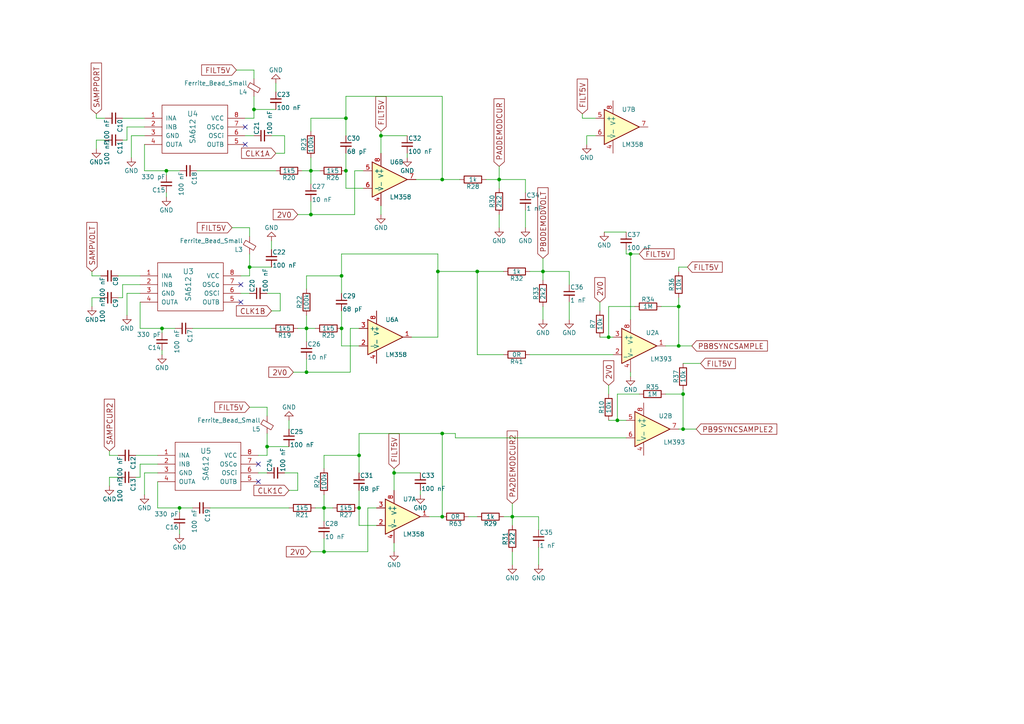
<source format=kicad_sch>
(kicad_sch (version 20211123) (generator eeschema)

  (uuid c4117a9a-c162-461c-8e99-ca4d3ca50725)

  (paper "A4")

  (lib_symbols
    (symbol "VNA-rescue:C_Small" (pin_numbers hide) (pin_names (offset 0.254) hide) (in_bom yes) (on_board yes)
      (property "Reference" "C" (id 0) (at 0.254 1.778 0)
        (effects (font (size 1.27 1.27)) (justify left))
      )
      (property "Value" "C_Small" (id 1) (at 0.254 -2.032 0)
        (effects (font (size 1.27 1.27)) (justify left))
      )
      (property "Footprint" "" (id 2) (at 0 0 0)
        (effects (font (size 1.27 1.27)) hide)
      )
      (property "Datasheet" "" (id 3) (at 0 0 0)
        (effects (font (size 1.27 1.27)) hide)
      )
      (property "ki_fp_filters" "C_*" (id 4) (at 0 0 0)
        (effects (font (size 1.27 1.27)) hide)
      )
      (symbol "C_Small_0_1"
        (polyline
          (pts
            (xy -1.524 -0.508)
            (xy 1.524 -0.508)
          )
          (stroke (width 0.3302) (type default) (color 0 0 0 0))
          (fill (type none))
        )
        (polyline
          (pts
            (xy -1.524 0.508)
            (xy 1.524 0.508)
          )
          (stroke (width 0.3048) (type default) (color 0 0 0 0))
          (fill (type none))
        )
      )
      (symbol "C_Small_1_1"
        (pin passive line (at 0 2.54 270) (length 2.032)
          (name "~" (effects (font (size 1.27 1.27))))
          (number "1" (effects (font (size 1.27 1.27))))
        )
        (pin passive line (at 0 -2.54 90) (length 2.032)
          (name "~" (effects (font (size 1.27 1.27))))
          (number "2" (effects (font (size 1.27 1.27))))
        )
      )
    )
    (symbol "VNA-rescue:Ferrite_Bead_Small" (pin_numbers hide) (pin_names (offset 0)) (in_bom yes) (on_board yes)
      (property "Reference" "L" (id 0) (at 1.905 1.27 0)
        (effects (font (size 1.27 1.27)) (justify left))
      )
      (property "Value" "Ferrite_Bead_Small" (id 1) (at 1.905 -1.27 0)
        (effects (font (size 1.27 1.27)) (justify left))
      )
      (property "Footprint" "" (id 2) (at -1.778 0 90)
        (effects (font (size 1.27 1.27)) hide)
      )
      (property "Datasheet" "" (id 3) (at 0 0 0)
        (effects (font (size 1.27 1.27)) hide)
      )
      (property "ki_fp_filters" "Inductor_* L_* *Ferrite*" (id 4) (at 0 0 0)
        (effects (font (size 1.27 1.27)) hide)
      )
      (symbol "Ferrite_Bead_Small_0_1"
        (polyline
          (pts
            (xy 0 -1.27)
            (xy 0 -0.7874)
          )
          (stroke (width 0) (type default) (color 0 0 0 0))
          (fill (type none))
        )
        (polyline
          (pts
            (xy 0 0.889)
            (xy 0 1.2954)
          )
          (stroke (width 0) (type default) (color 0 0 0 0))
          (fill (type none))
        )
        (polyline
          (pts
            (xy -1.8288 0.2794)
            (xy -1.1176 1.4986)
            (xy 1.8288 -0.2032)
            (xy 1.1176 -1.4224)
            (xy -1.8288 0.2794)
          )
          (stroke (width 0) (type default) (color 0 0 0 0))
          (fill (type none))
        )
      )
      (symbol "Ferrite_Bead_Small_1_1"
        (pin passive line (at 0 2.54 270) (length 1.27)
          (name "~" (effects (font (size 1.27 1.27))))
          (number "1" (effects (font (size 1.27 1.27))))
        )
        (pin passive line (at 0 -2.54 90) (length 1.27)
          (name "~" (effects (font (size 1.27 1.27))))
          (number "2" (effects (font (size 1.27 1.27))))
        )
      )
    )
    (symbol "VNA-rescue:GND" (power) (pin_names (offset 0)) (in_bom yes) (on_board yes)
      (property "Reference" "#PWR" (id 0) (at 0 -6.35 0)
        (effects (font (size 1.27 1.27)) hide)
      )
      (property "Value" "GND" (id 1) (at 0 -3.81 0)
        (effects (font (size 1.27 1.27)))
      )
      (property "Footprint" "" (id 2) (at 0 0 0)
        (effects (font (size 1.27 1.27)) hide)
      )
      (property "Datasheet" "" (id 3) (at 0 0 0)
        (effects (font (size 1.27 1.27)) hide)
      )
      (symbol "GND_0_1"
        (polyline
          (pts
            (xy 0 0)
            (xy 0 -1.27)
            (xy 1.27 -1.27)
            (xy 0 -2.54)
            (xy -1.27 -1.27)
            (xy 0 -1.27)
          )
          (stroke (width 0) (type default) (color 0 0 0 0))
          (fill (type none))
        )
      )
      (symbol "GND_1_1"
        (pin power_in line (at 0 0 270) (length 0) hide
          (name "GND" (effects (font (size 1.27 1.27))))
          (number "1" (effects (font (size 1.27 1.27))))
        )
      )
    )
    (symbol "VNA-rescue:LM358" (in_bom yes) (on_board yes)
      (property "Reference" "U" (id 0) (at 0 5.08 0)
        (effects (font (size 1.27 1.27)) (justify left))
      )
      (property "Value" "LM358" (id 1) (at 0 -5.08 0)
        (effects (font (size 1.27 1.27)) (justify left))
      )
      (property "Footprint" "" (id 2) (at 0 0 0)
        (effects (font (size 1.27 1.27)) hide)
      )
      (property "Datasheet" "" (id 3) (at 0 0 0)
        (effects (font (size 1.27 1.27)) hide)
      )
      (property "ki_fp_filters" "SOIC*3.9x4.9mm*Pitch1.27mm* DIP*W7.62mm* TO*99* OnSemi*Micro8* TSSOP*3x3mm*Pitch0.65mm* TSSOP*4.4x3mm*Pitch0.65mm* MSOP*3x3mm*Pitch0.65mm* SSOP*3.9x4.9mm*Pitch0.635mm* LFCSP*2x2mm*Pitch0.5mm* *SIP* SOIC*5.3x6.2mm*Pitch1.27mm*" (id 4) (at 0 0 0)
        (effects (font (size 1.27 1.27)) hide)
      )
      (symbol "LM358_0_1"
        (polyline
          (pts
            (xy -5.08 5.08)
            (xy 5.08 0)
            (xy -5.08 -5.08)
            (xy -5.08 5.08)
          )
          (stroke (width 0.254) (type default) (color 0 0 0 0))
          (fill (type background))
        )
        (pin power_in line (at -2.54 -7.62 90) (length 3.81)
          (name "V-" (effects (font (size 1.27 1.27))))
          (number "4" (effects (font (size 1.27 1.27))))
        )
        (pin power_in line (at -2.54 7.62 270) (length 3.81)
          (name "V+" (effects (font (size 1.27 1.27))))
          (number "8" (effects (font (size 1.27 1.27))))
        )
      )
      (symbol "LM358_1_1"
        (pin output line (at 7.62 0 180) (length 2.54)
          (name "~" (effects (font (size 1.27 1.27))))
          (number "1" (effects (font (size 1.27 1.27))))
        )
        (pin input line (at -7.62 -2.54 0) (length 2.54)
          (name "-" (effects (font (size 1.27 1.27))))
          (number "2" (effects (font (size 1.27 1.27))))
        )
        (pin input line (at -7.62 2.54 0) (length 2.54)
          (name "+" (effects (font (size 1.27 1.27))))
          (number "3" (effects (font (size 1.27 1.27))))
        )
      )
      (symbol "LM358_2_1"
        (pin input line (at -7.62 2.54 0) (length 2.54)
          (name "+" (effects (font (size 1.27 1.27))))
          (number "5" (effects (font (size 1.27 1.27))))
        )
        (pin input line (at -7.62 -2.54 0) (length 2.54)
          (name "-" (effects (font (size 1.27 1.27))))
          (number "6" (effects (font (size 1.27 1.27))))
        )
        (pin output line (at 7.62 0 180) (length 2.54)
          (name "~" (effects (font (size 1.27 1.27))))
          (number "7" (effects (font (size 1.27 1.27))))
        )
      )
    )
    (symbol "VNA-rescue:LM393" (in_bom yes) (on_board yes)
      (property "Reference" "U" (id 0) (at 3.81 3.81 0)
        (effects (font (size 1.27 1.27)))
      )
      (property "Value" "LM393" (id 1) (at 6.35 -3.81 0)
        (effects (font (size 1.27 1.27)))
      )
      (property "Footprint" "" (id 2) (at 0 0 0)
        (effects (font (size 1.27 1.27)) hide)
      )
      (property "Datasheet" "" (id 3) (at 0 0 0)
        (effects (font (size 1.27 1.27)) hide)
      )
      (property "ki_fp_filters" "SOIC*3.9x4.9mm*Pitch1.27mm* DIP*W7.62mm* MSOP*3x3mm*Pitch0.65mm* VSSOP*2.3x2mm*Pitch0.5mm*" (id 4) (at 0 0 0)
        (effects (font (size 1.27 1.27)) hide)
      )
      (symbol "LM393_0_1"
        (polyline
          (pts
            (xy -5.08 5.08)
            (xy 5.08 0)
            (xy -5.08 -5.08)
            (xy -5.08 5.08)
          )
          (stroke (width 0.254) (type default) (color 0 0 0 0))
          (fill (type background))
        )
        (pin power_in line (at -2.54 -7.62 90) (length 3.81)
          (name "V-" (effects (font (size 1.27 1.27))))
          (number "4" (effects (font (size 1.27 1.27))))
        )
        (pin power_in line (at -2.54 7.62 270) (length 3.81)
          (name "V+" (effects (font (size 1.27 1.27))))
          (number "8" (effects (font (size 1.27 1.27))))
        )
      )
      (symbol "LM393_1_1"
        (pin open_collector line (at 7.62 0 180) (length 2.54)
          (name "~" (effects (font (size 1.27 1.27))))
          (number "1" (effects (font (size 1.27 1.27))))
        )
        (pin input line (at -7.62 -2.54 0) (length 2.54)
          (name "_" (effects (font (size 1.27 1.27))))
          (number "2" (effects (font (size 1.27 1.27))))
        )
        (pin input line (at -7.62 2.54 0) (length 2.54)
          (name "+" (effects (font (size 1.27 1.27))))
          (number "3" (effects (font (size 1.27 1.27))))
        )
      )
      (symbol "LM393_2_1"
        (pin input line (at -7.62 2.54 0) (length 2.54)
          (name "+" (effects (font (size 1.27 1.27))))
          (number "5" (effects (font (size 1.27 1.27))))
        )
        (pin input line (at -7.62 -2.54 0) (length 2.54)
          (name "_" (effects (font (size 1.27 1.27))))
          (number "6" (effects (font (size 1.27 1.27))))
        )
        (pin open_collector line (at 7.62 0 180) (length 2.54)
          (name "~" (effects (font (size 1.27 1.27))))
          (number "7" (effects (font (size 1.27 1.27))))
        )
      )
    )
    (symbol "VNA-rescue:R" (pin_numbers hide) (pin_names (offset 0)) (in_bom yes) (on_board yes)
      (property "Reference" "R" (id 0) (at 2.032 0 90)
        (effects (font (size 1.27 1.27)))
      )
      (property "Value" "R" (id 1) (at 0 0 90)
        (effects (font (size 1.27 1.27)))
      )
      (property "Footprint" "" (id 2) (at -1.778 0 90)
        (effects (font (size 1.27 1.27)) hide)
      )
      (property "Datasheet" "" (id 3) (at 0 0 0)
        (effects (font (size 1.27 1.27)) hide)
      )
      (property "ki_fp_filters" "R_* R_*" (id 4) (at 0 0 0)
        (effects (font (size 1.27 1.27)) hide)
      )
      (symbol "R_0_1"
        (rectangle (start -1.016 -2.54) (end 1.016 2.54)
          (stroke (width 0.254) (type default) (color 0 0 0 0))
          (fill (type none))
        )
      )
      (symbol "R_1_1"
        (pin passive line (at 0 3.81 270) (length 1.27)
          (name "~" (effects (font (size 1.27 1.27))))
          (number "1" (effects (font (size 1.27 1.27))))
        )
        (pin passive line (at 0 -3.81 90) (length 1.27)
          (name "~" (effects (font (size 1.27 1.27))))
          (number "2" (effects (font (size 1.27 1.27))))
        )
      )
    )
    (symbol "VNA-rescue:SA612" (pin_names (offset 1.016)) (in_bom yes) (on_board yes)
      (property "Reference" "U" (id 0) (at 0 2.54 0)
        (effects (font (size 1.524 1.524)))
      )
      (property "Value" "SA612" (id 1) (at 0 -2.54 90)
        (effects (font (size 1.524 1.524)))
      )
      (property "Footprint" "" (id 2) (at 1.27 -1.27 0)
        (effects (font (size 1.524 1.524)) hide)
      )
      (property "Datasheet" "" (id 3) (at 1.27 -1.27 0)
        (effects (font (size 1.524 1.524)) hide)
      )
      (symbol "SA612_0_1"
        (rectangle (start -8.89 5.08) (end 10.16 -8.89)
          (stroke (width 0) (type default) (color 0 0 0 0))
          (fill (type none))
        )
      )
      (symbol "SA612_1_1"
        (pin input line (at -13.97 1.27 0) (length 5.08)
          (name "INA" (effects (font (size 1.27 1.27))))
          (number "1" (effects (font (size 1.27 1.27))))
        )
        (pin input line (at -13.97 -1.27 0) (length 5.08)
          (name "INB" (effects (font (size 1.27 1.27))))
          (number "2" (effects (font (size 1.27 1.27))))
        )
        (pin input line (at -13.97 -3.81 0) (length 5.08)
          (name "GND" (effects (font (size 1.27 1.27))))
          (number "3" (effects (font (size 1.27 1.27))))
        )
        (pin input line (at -13.97 -6.35 0) (length 5.08)
          (name "OUTA" (effects (font (size 1.27 1.27))))
          (number "4" (effects (font (size 1.27 1.27))))
        )
        (pin input line (at 15.24 -6.35 180) (length 5.08)
          (name "OUTB" (effects (font (size 1.27 1.27))))
          (number "5" (effects (font (size 1.27 1.27))))
        )
        (pin input line (at 15.24 -3.81 180) (length 5.08)
          (name "OSCi" (effects (font (size 1.27 1.27))))
          (number "6" (effects (font (size 1.27 1.27))))
        )
        (pin input line (at 15.24 -1.27 180) (length 5.08)
          (name "OSCo" (effects (font (size 1.27 1.27))))
          (number "7" (effects (font (size 1.27 1.27))))
        )
        (pin input line (at 15.24 1.27 180) (length 5.08)
          (name "VCC" (effects (font (size 1.27 1.27))))
          (number "8" (effects (font (size 1.27 1.27))))
        )
      )
    )
  )

  (junction (at 72.39 77.47) (diameter 0) (color 0 0 0 0)
    (uuid 07730c72-96e9-4b4d-b02b-712b6d2e1760)
  )
  (junction (at 73.66 31.75) (diameter 0) (color 0 0 0 0)
    (uuid 09b5f5f8-2690-40f9-b10b-e76f96aafdb6)
  )
  (junction (at 77.47 129.54) (diameter 0) (color 0 0 0 0)
    (uuid 0bd3c481-3029-4ca0-8b9c-d1c8c146cc4e)
  )
  (junction (at 128.27 52.07) (diameter 0) (color 0 0 0 0)
    (uuid 160efcea-682a-4ab5-bd5b-76b612505647)
  )
  (junction (at 127 78.74) (diameter 0) (color 0 0 0 0)
    (uuid 1a524aa0-d99f-4782-b613-ff2a3bc3a195)
  )
  (junction (at 90.17 62.23) (diameter 0) (color 0 0 0 0)
    (uuid 22dffb30-2879-4a28-a6e5-827172565448)
  )
  (junction (at 48.26 49.53) (diameter 0) (color 0 0 0 0)
    (uuid 2a150eba-5f73-4822-8147-8bf047b68210)
  )
  (junction (at 100.33 49.53) (diameter 0) (color 0 0 0 0)
    (uuid 32a7767c-7707-41f1-8773-878a382a1114)
  )
  (junction (at 99.06 80.01) (diameter 0) (color 0 0 0 0)
    (uuid 38c7206f-9efd-4a29-a61e-8bfd9faeaa9a)
  )
  (junction (at 52.07 147.32) (diameter 0) (color 0 0 0 0)
    (uuid 3a7f0fd7-7e58-4f5c-98e7-8e0a6fb4706d)
  )
  (junction (at 114.3 137.16) (diameter 0) (color 0 0 0 0)
    (uuid 5bedefee-957f-411b-a1ec-20e212e40bab)
  )
  (junction (at 99.06 95.25) (diameter 0) (color 0 0 0 0)
    (uuid 69edc996-6363-47f2-bbe7-4246e45132ba)
  )
  (junction (at 198.12 124.46) (diameter 0) (color 0 0 0 0)
    (uuid 6c03a4f1-d082-44a7-a0ec-0e6796a1522e)
  )
  (junction (at 104.14 147.32) (diameter 0) (color 0 0 0 0)
    (uuid 6db865e4-6519-4958-a64e-88c987d3a367)
  )
  (junction (at 196.85 88.9) (diameter 0) (color 0 0 0 0)
    (uuid 717d17ca-9939-4019-b0dd-6dc9dcb6c699)
  )
  (junction (at 88.9 95.25) (diameter 0) (color 0 0 0 0)
    (uuid 7e668fd6-1291-4413-bbc7-00270b46a677)
  )
  (junction (at 46.99 95.25) (diameter 0) (color 0 0 0 0)
    (uuid 7f6a5754-c457-4b32-beb9-07df88613385)
  )
  (junction (at 100.33 34.29) (diameter 0) (color 0 0 0 0)
    (uuid 83f1b175-a77b-424b-b9a1-1f0d4d0485e3)
  )
  (junction (at 196.85 100.33) (diameter 0) (color 0 0 0 0)
    (uuid 8a96621a-05c5-4081-aa99-13cc82d7baf1)
  )
  (junction (at 148.59 149.86) (diameter 0) (color 0 0 0 0)
    (uuid 905afb0a-c805-44c9-a56c-f668a2df6498)
  )
  (junction (at 90.17 49.53) (diameter 0) (color 0 0 0 0)
    (uuid 94bc4c1e-8936-4412-ba09-2f67b5d5bcd6)
  )
  (junction (at 104.14 132.08) (diameter 0) (color 0 0 0 0)
    (uuid b28a1eb4-d5e8-49ab-98ed-3732814208d6)
  )
  (junction (at 144.78 52.07) (diameter 0) (color 0 0 0 0)
    (uuid bd2e3bdc-3ca1-4c27-8fb7-dd62d6165134)
  )
  (junction (at 157.48 78.74) (diameter 0) (color 0 0 0 0)
    (uuid c099e545-26ae-4479-99c6-38d5ddeacdc7)
  )
  (junction (at 128.27 125.73) (diameter 0) (color 0 0 0 0)
    (uuid c2e8f36c-8eb8-48fd-9d21-bf4a62a74b50)
  )
  (junction (at 88.9 107.95) (diameter 0) (color 0 0 0 0)
    (uuid d47f265d-7066-43e5-8ba1-a243a23aac42)
  )
  (junction (at 128.27 149.86) (diameter 0) (color 0 0 0 0)
    (uuid d4af65cf-2dc8-4e53-b8c0-8decb5b6136d)
  )
  (junction (at 110.49 39.37) (diameter 0) (color 0 0 0 0)
    (uuid d5d53921-6006-4ef1-b48b-a341397fe2b6)
  )
  (junction (at 179.07 121.92) (diameter 0) (color 0 0 0 0)
    (uuid d79fcd7a-da40-4e01-a2ea-fa694fc3ba64)
  )
  (junction (at 176.53 97.79) (diameter 0) (color 0 0 0 0)
    (uuid d899b345-7242-4fc0-b9a8-b1fb6ce5ff88)
  )
  (junction (at 138.43 78.74) (diameter 0) (color 0 0 0 0)
    (uuid da26dc07-6994-4830-987e-a4304ed22f31)
  )
  (junction (at 93.98 160.02) (diameter 0) (color 0 0 0 0)
    (uuid db6acedd-0084-4f02-98e2-47151db6e9ed)
  )
  (junction (at 198.12 114.3) (diameter 0) (color 0 0 0 0)
    (uuid dd2c5e09-04d7-4dfe-92a5-00d26a83c46a)
  )
  (junction (at 182.88 73.66) (diameter 0) (color 0 0 0 0)
    (uuid ebfb8980-faf6-4850-9d90-c4cb6e42abac)
  )
  (junction (at 93.98 147.32) (diameter 0) (color 0 0 0 0)
    (uuid f82c1c20-e110-4084-8f4a-4f0b9a6a68b3)
  )

  (no_connect (at 71.12 41.91) (uuid 04e1de00-ad64-48de-a2e9-110f4835f7c2))
  (no_connect (at 74.93 134.62) (uuid 9368ac76-337e-4dbd-97cd-d46db917c29e))
  (no_connect (at 71.12 36.83) (uuid bf29fc86-1e90-4b92-ba0a-2950de9f3af7))
  (no_connect (at 69.85 82.55) (uuid d83b1c5c-b9da-4582-80f3-9727a35bbbb1))
  (no_connect (at 69.85 87.63) (uuid d9515851-6b25-4fae-ab66-8ae94cd3ace0))
  (no_connect (at 74.93 139.7) (uuid f423f263-16c7-47ed-8a7f-9b972503a7ac))

  (wire (pts (xy 93.98 135.89) (xy 93.98 132.08))
    (stroke (width 0) (type default) (color 0 0 0 0))
    (uuid 007c8d33-eef4-4cee-9c46-2250365769a5)
  )
  (wire (pts (xy 110.49 38.1) (xy 110.49 39.37))
    (stroke (width 0) (type default) (color 0 0 0 0))
    (uuid 009ddfad-66c0-4391-934b-cdcde9b3c03d)
  )
  (wire (pts (xy 88.9 95.25) (xy 88.9 99.06))
    (stroke (width 0) (type default) (color 0 0 0 0))
    (uuid 01147429-2503-442a-80f1-eee41046d81c)
  )
  (wire (pts (xy 83.82 147.32) (xy 60.96 147.32))
    (stroke (width 0) (type default) (color 0 0 0 0))
    (uuid 013daceb-5634-42f0-b24e-4615ef113915)
  )
  (wire (pts (xy 196.85 100.33) (xy 200.66 100.33))
    (stroke (width 0) (type default) (color 0 0 0 0))
    (uuid 02d18c68-079d-4cea-910a-38fd568a3218)
  )
  (wire (pts (xy 144.78 48.26) (xy 144.78 52.07))
    (stroke (width 0) (type default) (color 0 0 0 0))
    (uuid 02df5e7a-5c06-44d4-a8fc-843bb1883830)
  )
  (wire (pts (xy 90.17 49.53) (xy 90.17 53.34))
    (stroke (width 0) (type default) (color 0 0 0 0))
    (uuid 0349d3b9-9a30-4b1e-bd06-3fb1d9b67548)
  )
  (wire (pts (xy 87.63 49.53) (xy 90.17 49.53))
    (stroke (width 0) (type default) (color 0 0 0 0))
    (uuid 045452cc-bdf2-4dda-9507-f1b489b62c99)
  )
  (wire (pts (xy 101.6 107.95) (xy 101.6 95.25))
    (stroke (width 0) (type default) (color 0 0 0 0))
    (uuid 04f2e8da-ec84-4735-bce6-7675f380d353)
  )
  (wire (pts (xy 31.75 140.97) (xy 31.75 138.43))
    (stroke (width 0) (type default) (color 0 0 0 0))
    (uuid 053e6f41-5bc7-4c5a-ad2d-5264af6cf68f)
  )
  (wire (pts (xy 93.98 143.51) (xy 93.98 147.32))
    (stroke (width 0) (type default) (color 0 0 0 0))
    (uuid 05acffd5-c75a-4f9e-a446-44399987bd3f)
  )
  (wire (pts (xy 36.83 91.44) (xy 36.83 85.09))
    (stroke (width 0) (type default) (color 0 0 0 0))
    (uuid 06f6886d-13e9-46dc-bbbc-ce557e7c203e)
  )
  (wire (pts (xy 77.47 118.11) (xy 77.47 120.65))
    (stroke (width 0) (type default) (color 0 0 0 0))
    (uuid 0bc07a98-0505-4430-8ecf-26fbfbf2fde3)
  )
  (wire (pts (xy 85.09 107.95) (xy 88.9 107.95))
    (stroke (width 0) (type default) (color 0 0 0 0))
    (uuid 0e18c568-48fa-419b-8549-fe6d6a53efc0)
  )
  (wire (pts (xy 144.78 62.23) (xy 144.78 66.04))
    (stroke (width 0) (type default) (color 0 0 0 0))
    (uuid 0e789fd6-c582-4aa5-80a3-d8ed1286c8c7)
  )
  (wire (pts (xy 26.67 78.74) (xy 26.67 80.01))
    (stroke (width 0) (type default) (color 0 0 0 0))
    (uuid 10137515-8955-44f9-88de-05a8e0689ac3)
  )
  (wire (pts (xy 72.39 80.01) (xy 69.85 80.01))
    (stroke (width 0) (type default) (color 0 0 0 0))
    (uuid 11681df0-5cc6-41aa-918f-8a7b109a34cb)
  )
  (wire (pts (xy 128.27 27.94) (xy 100.33 27.94))
    (stroke (width 0) (type default) (color 0 0 0 0))
    (uuid 16991910-88fe-4c5e-a65f-baab174b9aae)
  )
  (wire (pts (xy 182.88 73.66) (xy 185.42 73.66))
    (stroke (width 0) (type default) (color 0 0 0 0))
    (uuid 178e3ec2-eca2-4665-b64f-5a599299a521)
  )
  (wire (pts (xy 196.85 88.9) (xy 196.85 100.33))
    (stroke (width 0) (type default) (color 0 0 0 0))
    (uuid 17a9a50a-fe64-420d-bd5c-cba41a12e7bf)
  )
  (wire (pts (xy 73.66 31.75) (xy 80.01 31.75))
    (stroke (width 0) (type default) (color 0 0 0 0))
    (uuid 189e0b32-b52b-40e0-a3fd-3881c40ed97b)
  )
  (wire (pts (xy 31.75 130.81) (xy 31.75 132.08))
    (stroke (width 0) (type default) (color 0 0 0 0))
    (uuid 18bbd618-1076-43b9-a44e-6a775acfc4c7)
  )
  (wire (pts (xy 83.82 121.92) (xy 83.82 124.46))
    (stroke (width 0) (type default) (color 0 0 0 0))
    (uuid 18bca1c7-bf39-4ba2-b696-61bd0b149c77)
  )
  (wire (pts (xy 38.1 45.72) (xy 38.1 39.37))
    (stroke (width 0) (type default) (color 0 0 0 0))
    (uuid 1a9ed69e-9567-4814-acc9-d35ce37a4235)
  )
  (wire (pts (xy 72.39 73.66) (xy 72.39 77.47))
    (stroke (width 0) (type default) (color 0 0 0 0))
    (uuid 1b6f9ede-9957-4c95-9c15-f0c8395cd8aa)
  )
  (wire (pts (xy 100.33 44.45) (xy 100.33 49.53))
    (stroke (width 0) (type default) (color 0 0 0 0))
    (uuid 1bcf318f-c82d-4cf3-97b8-1d5d1652ee04)
  )
  (wire (pts (xy 198.12 114.3) (xy 198.12 124.46))
    (stroke (width 0) (type default) (color 0 0 0 0))
    (uuid 1cea010b-5775-41dc-bfe9-85f60db87552)
  )
  (wire (pts (xy 104.14 147.32) (xy 104.14 152.4))
    (stroke (width 0) (type default) (color 0 0 0 0))
    (uuid 1cf8516b-51e1-434e-a502-08b19e6a47ef)
  )
  (wire (pts (xy 152.4 66.04) (xy 152.4 60.96))
    (stroke (width 0) (type default) (color 0 0 0 0))
    (uuid 1dbaee74-f1e9-4eda-9244-aa7d4bf74369)
  )
  (wire (pts (xy 41.91 137.16) (xy 45.72 137.16))
    (stroke (width 0) (type default) (color 0 0 0 0))
    (uuid 1ed063e7-186e-4137-ab6c-12b3b9dd7377)
  )
  (wire (pts (xy 26.67 80.01) (xy 29.21 80.01))
    (stroke (width 0) (type default) (color 0 0 0 0))
    (uuid 20c5940e-bcf3-4195-a51c-ce79e56f16e4)
  )
  (wire (pts (xy 73.66 20.32) (xy 73.66 22.86))
    (stroke (width 0) (type default) (color 0 0 0 0))
    (uuid 239f2151-050b-49b0-be25-21a9366ff7a1)
  )
  (wire (pts (xy 40.64 95.25) (xy 46.99 95.25))
    (stroke (width 0) (type default) (color 0 0 0 0))
    (uuid 24d88403-3b0f-4d49-bb9b-ae3a0ac59c9d)
  )
  (wire (pts (xy 148.59 146.05) (xy 148.59 149.86))
    (stroke (width 0) (type default) (color 0 0 0 0))
    (uuid 26b9a5dd-faab-4f93-b21f-52db92f72310)
  )
  (wire (pts (xy 127 78.74) (xy 138.43 78.74))
    (stroke (width 0) (type default) (color 0 0 0 0))
    (uuid 27888486-d37e-49ec-b398-2c97a5db8ad0)
  )
  (wire (pts (xy 168.91 33.02) (xy 168.91 34.29))
    (stroke (width 0) (type default) (color 0 0 0 0))
    (uuid 28f1359e-e16f-4972-8a72-ff130c48557d)
  )
  (wire (pts (xy 128.27 149.86) (xy 128.27 125.73))
    (stroke (width 0) (type default) (color 0 0 0 0))
    (uuid 2963b340-ac74-47de-a4c2-bbecdb44b3b2)
  )
  (wire (pts (xy 73.66 27.94) (xy 73.66 31.75))
    (stroke (width 0) (type default) (color 0 0 0 0))
    (uuid 2ac492c4-1a1a-40f6-b61d-42108019b6ed)
  )
  (wire (pts (xy 127 97.79) (xy 119.38 97.79))
    (stroke (width 0) (type default) (color 0 0 0 0))
    (uuid 2aded589-580f-45a4-9d6c-6f06bdd1bcae)
  )
  (wire (pts (xy 86.36 62.23) (xy 90.17 62.23))
    (stroke (width 0) (type default) (color 0 0 0 0))
    (uuid 2b50f444-a056-40ea-a7e7-3ee176a49665)
  )
  (wire (pts (xy 104.14 142.24) (xy 104.14 147.32))
    (stroke (width 0) (type default) (color 0 0 0 0))
    (uuid 2bf9b122-0f77-4f6b-a358-7ef4084837ef)
  )
  (wire (pts (xy 27.94 40.64) (xy 30.48 40.64))
    (stroke (width 0) (type default) (color 0 0 0 0))
    (uuid 2c601809-1c4f-4098-8b3a-df6403579c5e)
  )
  (wire (pts (xy 90.17 160.02) (xy 93.98 160.02))
    (stroke (width 0) (type default) (color 0 0 0 0))
    (uuid 2cb5f518-e115-4382-8458-ceb86b3607e8)
  )
  (wire (pts (xy 35.56 82.55) (xy 40.64 82.55))
    (stroke (width 0) (type default) (color 0 0 0 0))
    (uuid 2cedda24-2b28-474a-9bf7-6de92af7a82e)
  )
  (wire (pts (xy 72.39 77.47) (xy 78.74 77.47))
    (stroke (width 0) (type default) (color 0 0 0 0))
    (uuid 2e0696ea-1ab1-47a1-a3f1-94827a1d2d94)
  )
  (wire (pts (xy 138.43 78.74) (xy 138.43 102.87))
    (stroke (width 0) (type default) (color 0 0 0 0))
    (uuid 2ef2267c-945b-484f-92f6-00f9edcb9efa)
  )
  (wire (pts (xy 26.67 88.9) (xy 26.67 86.36))
    (stroke (width 0) (type default) (color 0 0 0 0))
    (uuid 2f0881ec-f59d-4d66-ace4-a7ae00a9b09f)
  )
  (wire (pts (xy 176.53 121.92) (xy 179.07 121.92))
    (stroke (width 0) (type default) (color 0 0 0 0))
    (uuid 323e7d5b-27ed-44d4-aa5f-831aead8902e)
  )
  (wire (pts (xy 36.83 85.09) (xy 40.64 85.09))
    (stroke (width 0) (type default) (color 0 0 0 0))
    (uuid 331a82f8-65f9-4ea3-bf96-e7dd75368358)
  )
  (wire (pts (xy 100.33 49.53) (xy 100.33 54.61))
    (stroke (width 0) (type default) (color 0 0 0 0))
    (uuid 33f050e4-04f5-440b-ae86-b70e95259b50)
  )
  (wire (pts (xy 39.37 132.08) (xy 45.72 132.08))
    (stroke (width 0) (type default) (color 0 0 0 0))
    (uuid 36e00c8f-9bd0-4cc3-9705-cb2fdb87a2da)
  )
  (wire (pts (xy 48.26 49.53) (xy 52.07 49.53))
    (stroke (width 0) (type default) (color 0 0 0 0))
    (uuid 3747b0b8-0d19-4741-a196-f78a845ab5a1)
  )
  (wire (pts (xy 40.64 134.62) (xy 45.72 134.62))
    (stroke (width 0) (type default) (color 0 0 0 0))
    (uuid 38cefe9f-361c-461f-a2c1-4d7d4f241cf4)
  )
  (wire (pts (xy 102.87 49.53) (xy 105.41 49.53))
    (stroke (width 0) (type default) (color 0 0 0 0))
    (uuid 3c46e338-298c-430a-908f-7e3174aa49f1)
  )
  (wire (pts (xy 68.58 20.32) (xy 73.66 20.32))
    (stroke (width 0) (type default) (color 0 0 0 0))
    (uuid 3ea39901-3574-445f-b104-8acea9d34989)
  )
  (wire (pts (xy 80.01 24.13) (xy 80.01 26.67))
    (stroke (width 0) (type default) (color 0 0 0 0))
    (uuid 3f0a1523-a76c-4fda-a69b-ee7c4f9f2c7b)
  )
  (wire (pts (xy 132.08 125.73) (xy 132.08 127))
    (stroke (width 0) (type default) (color 0 0 0 0))
    (uuid 400dcd4e-b7dd-4c97-a711-7f8534d83df0)
  )
  (wire (pts (xy 176.53 97.79) (xy 177.8 97.79))
    (stroke (width 0) (type default) (color 0 0 0 0))
    (uuid 400fa689-7c4c-46a5-886a-1d5607d8fd3a)
  )
  (wire (pts (xy 93.98 132.08) (xy 104.14 132.08))
    (stroke (width 0) (type default) (color 0 0 0 0))
    (uuid 408c2af7-67e8-4bc4-92e2-9f8d207cf730)
  )
  (wire (pts (xy 67.31 66.04) (xy 72.39 66.04))
    (stroke (width 0) (type default) (color 0 0 0 0))
    (uuid 409fd769-2458-4f6c-9948-871e1e7b7c8e)
  )
  (wire (pts (xy 81.28 85.09) (xy 77.47 85.09))
    (stroke (width 0) (type default) (color 0 0 0 0))
    (uuid 41ad0e8f-1876-4d08-98fc-1b1456456dee)
  )
  (wire (pts (xy 198.12 124.46) (xy 201.93 124.46))
    (stroke (width 0) (type default) (color 0 0 0 0))
    (uuid 42de0776-d51a-40f6-a8e8-e2d8041e7140)
  )
  (wire (pts (xy 124.46 149.86) (xy 128.27 149.86))
    (stroke (width 0) (type default) (color 0 0 0 0))
    (uuid 42e7f68a-b02d-47f4-b7f3-8ac9bd72e73d)
  )
  (wire (pts (xy 144.78 52.07) (xy 144.78 54.61))
    (stroke (width 0) (type default) (color 0 0 0 0))
    (uuid 44381642-01b8-4401-9b62-0a4e24bde784)
  )
  (wire (pts (xy 26.67 86.36) (xy 29.21 86.36))
    (stroke (width 0) (type default) (color 0 0 0 0))
    (uuid 4541ca94-8b07-439c-a5c6-a4b26d3cae96)
  )
  (wire (pts (xy 86.36 95.25) (xy 88.9 95.25))
    (stroke (width 0) (type default) (color 0 0 0 0))
    (uuid 45da6333-24bf-4a74-b632-cf651a0f6f49)
  )
  (wire (pts (xy 81.28 90.17) (xy 81.28 85.09))
    (stroke (width 0) (type default) (color 0 0 0 0))
    (uuid 49caf415-c14c-4563-bf09-e814f90dd7c4)
  )
  (wire (pts (xy 170.18 39.37) (xy 172.72 39.37))
    (stroke (width 0) (type default) (color 0 0 0 0))
    (uuid 4aab29fc-af00-4423-a52b-593cdcc0b2c2)
  )
  (wire (pts (xy 191.77 88.9) (xy 196.85 88.9))
    (stroke (width 0) (type default) (color 0 0 0 0))
    (uuid 4b6e120f-5b1d-4dff-a90b-8375974f1509)
  )
  (wire (pts (xy 193.04 114.3) (xy 198.12 114.3))
    (stroke (width 0) (type default) (color 0 0 0 0))
    (uuid 4c1c2de0-6e58-40d8-9983-aa57274ea790)
  )
  (wire (pts (xy 90.17 58.42) (xy 90.17 62.23))
    (stroke (width 0) (type default) (color 0 0 0 0))
    (uuid 501d77f2-81bb-4a55-b51f-34cb19970084)
  )
  (wire (pts (xy 101.6 95.25) (xy 104.14 95.25))
    (stroke (width 0) (type default) (color 0 0 0 0))
    (uuid 513ee3fb-348c-40f3-aa0b-cf217d8c7dae)
  )
  (wire (pts (xy 152.4 52.07) (xy 152.4 55.88))
    (stroke (width 0) (type default) (color 0 0 0 0))
    (uuid 51e4fa56-769c-4226-a233-0b26552a9df1)
  )
  (wire (pts (xy 168.91 34.29) (xy 172.72 34.29))
    (stroke (width 0) (type default) (color 0 0 0 0))
    (uuid 52b864d8-0cca-4053-b8bd-d8876c411e88)
  )
  (wire (pts (xy 40.64 138.43) (xy 40.64 134.62))
    (stroke (width 0) (type default) (color 0 0 0 0))
    (uuid 54e0995e-89c6-4147-9de2-a49147245670)
  )
  (wire (pts (xy 77.47 132.08) (xy 74.93 132.08))
    (stroke (width 0) (type default) (color 0 0 0 0))
    (uuid 55c5a8e4-a933-4379-ac58-6c54655f2d76)
  )
  (wire (pts (xy 148.59 160.02) (xy 148.59 163.83))
    (stroke (width 0) (type default) (color 0 0 0 0))
    (uuid 5884eb4f-4791-446d-bc5f-7ce268077085)
  )
  (wire (pts (xy 127 73.66) (xy 127 78.74))
    (stroke (width 0) (type default) (color 0 0 0 0))
    (uuid 5b8a9f77-19a0-46fb-81fd-16e5c1d66e65)
  )
  (wire (pts (xy 104.14 152.4) (xy 109.22 152.4))
    (stroke (width 0) (type default) (color 0 0 0 0))
    (uuid 601c3684-2de7-47b1-909f-2d2a465c831c)
  )
  (wire (pts (xy 156.21 149.86) (xy 156.21 153.67))
    (stroke (width 0) (type default) (color 0 0 0 0))
    (uuid 60346ad8-75ac-4f6a-bd4d-dbefb6b5b32b)
  )
  (wire (pts (xy 80.01 44.45) (xy 82.55 44.45))
    (stroke (width 0) (type default) (color 0 0 0 0))
    (uuid 61cf4d12-ebb7-4dac-b8cb-966ae14a9354)
  )
  (wire (pts (xy 77.47 125.73) (xy 77.47 129.54))
    (stroke (width 0) (type default) (color 0 0 0 0))
    (uuid 621a0bc0-2f96-4b88-99ec-2c5059120743)
  )
  (wire (pts (xy 179.07 121.92) (xy 179.07 114.3))
    (stroke (width 0) (type default) (color 0 0 0 0))
    (uuid 62a1abff-e10e-468e-988c-8e55089b4660)
  )
  (wire (pts (xy 88.9 83.82) (xy 88.9 80.01))
    (stroke (width 0) (type default) (color 0 0 0 0))
    (uuid 655ec036-5332-4d49-a6da-ea4e78a7f46c)
  )
  (wire (pts (xy 146.05 149.86) (xy 148.59 149.86))
    (stroke (width 0) (type default) (color 0 0 0 0))
    (uuid 6569b15f-6a77-4515-8971-86797fc26c99)
  )
  (wire (pts (xy 41.91 49.53) (xy 48.26 49.53))
    (stroke (width 0) (type default) (color 0 0 0 0))
    (uuid 65c884c5-c312-45ac-a0fe-f59e51ff4eb5)
  )
  (wire (pts (xy 72.39 66.04) (xy 72.39 68.58))
    (stroke (width 0) (type default) (color 0 0 0 0))
    (uuid 674874b2-284b-4a55-a834-b82df3a012b3)
  )
  (wire (pts (xy 179.07 114.3) (xy 185.42 114.3))
    (stroke (width 0) (type default) (color 0 0 0 0))
    (uuid 6a643a87-6ff3-4bb1-9ca9-3704f1fdc218)
  )
  (wire (pts (xy 72.39 85.09) (xy 69.85 85.09))
    (stroke (width 0) (type default) (color 0 0 0 0))
    (uuid 6a971fca-6844-446d-a471-6477d2db4639)
  )
  (wire (pts (xy 157.48 78.74) (xy 165.1 78.74))
    (stroke (width 0) (type default) (color 0 0 0 0))
    (uuid 6ab8e00f-0f62-451a-9fcf-e2b7e0e376a6)
  )
  (wire (pts (xy 46.99 95.25) (xy 50.8 95.25))
    (stroke (width 0) (type default) (color 0 0 0 0))
    (uuid 6cbced79-ad02-4bca-a2cf-3a8ed0e944cf)
  )
  (wire (pts (xy 181.61 72.39) (xy 181.61 73.66))
    (stroke (width 0) (type default) (color 0 0 0 0))
    (uuid 6d316215-d15b-4f2e-bc42-2e78d9ee12f1)
  )
  (wire (pts (xy 73.66 34.29) (xy 71.12 34.29))
    (stroke (width 0) (type default) (color 0 0 0 0))
    (uuid 6e29ee6f-2389-479e-9c6a-abda8ba342f4)
  )
  (wire (pts (xy 73.66 31.75) (xy 73.66 34.29))
    (stroke (width 0) (type default) (color 0 0 0 0))
    (uuid 6e76782c-2f23-492b-ad93-42cf6d5a64e2)
  )
  (wire (pts (xy 144.78 52.07) (xy 152.4 52.07))
    (stroke (width 0) (type default) (color 0 0 0 0))
    (uuid 706969fc-84cd-4290-a430-367769ee541e)
  )
  (wire (pts (xy 91.44 147.32) (xy 93.98 147.32))
    (stroke (width 0) (type default) (color 0 0 0 0))
    (uuid 7093331b-f68b-4bb6-8e8d-a8bba5b6dbc0)
  )
  (wire (pts (xy 46.99 95.25) (xy 46.99 96.52))
    (stroke (width 0) (type default) (color 0 0 0 0))
    (uuid 71bb41bb-999d-42e2-bf16-1153c4de1983)
  )
  (wire (pts (xy 127 78.74) (xy 127 97.79))
    (stroke (width 0) (type default) (color 0 0 0 0))
    (uuid 72a2cfc9-26bd-4828-a1ab-373a257ec79e)
  )
  (wire (pts (xy 34.29 80.01) (xy 40.64 80.01))
    (stroke (width 0) (type default) (color 0 0 0 0))
    (uuid 73a6c618-c325-413a-b2b6-32fbfc238e33)
  )
  (wire (pts (xy 99.06 73.66) (xy 99.06 80.01))
    (stroke (width 0) (type default) (color 0 0 0 0))
    (uuid 740d3a4c-d03e-4d17-ab44-4631bdb300a9)
  )
  (wire (pts (xy 52.07 147.32) (xy 55.88 147.32))
    (stroke (width 0) (type default) (color 0 0 0 0))
    (uuid 749289ce-adfe-4550-8861-64d46dbed4b0)
  )
  (wire (pts (xy 138.43 149.86) (xy 135.89 149.86))
    (stroke (width 0) (type default) (color 0 0 0 0))
    (uuid 7493e62e-b5f2-4fb8-a10b-547d05947c98)
  )
  (wire (pts (xy 157.48 74.93) (xy 157.48 78.74))
    (stroke (width 0) (type default) (color 0 0 0 0))
    (uuid 750bd2dd-ba75-4f91-81da-e55b1dfa541e)
  )
  (wire (pts (xy 148.59 149.86) (xy 148.59 152.4))
    (stroke (width 0) (type default) (color 0 0 0 0))
    (uuid 75bafdfe-51c7-4e7c-9770-1fdec78ab7a4)
  )
  (wire (pts (xy 110.49 39.37) (xy 110.49 44.45))
    (stroke (width 0) (type default) (color 0 0 0 0))
    (uuid 76b0a5c4-e00a-4118-9c3c-07060131340a)
  )
  (wire (pts (xy 104.14 125.73) (xy 128.27 125.73))
    (stroke (width 0) (type default) (color 0 0 0 0))
    (uuid 77add6c3-56ab-4387-9b4e-5fcafc8d9d35)
  )
  (wire (pts (xy 176.53 97.79) (xy 176.53 88.9))
    (stroke (width 0) (type default) (color 0 0 0 0))
    (uuid 7937a38b-6967-4e2b-947c-0e2787d006cc)
  )
  (wire (pts (xy 90.17 49.53) (xy 92.71 49.53))
    (stroke (width 0) (type default) (color 0 0 0 0))
    (uuid 7986dec9-3eae-4e0d-a6a9-1e6bffc25e22)
  )
  (wire (pts (xy 90.17 34.29) (xy 100.33 34.29))
    (stroke (width 0) (type default) (color 0 0 0 0))
    (uuid 7b513d7e-3ed9-453a-9ea1-f98507f6858b)
  )
  (wire (pts (xy 35.56 34.29) (xy 41.91 34.29))
    (stroke (width 0) (type default) (color 0 0 0 0))
    (uuid 7b73b8d3-9685-4108-9808-c5a1c3779704)
  )
  (wire (pts (xy 40.64 87.63) (xy 40.64 95.25))
    (stroke (width 0) (type default) (color 0 0 0 0))
    (uuid 7b8b8a02-40aa-4fea-91e7-db004345cfa2)
  )
  (wire (pts (xy 99.06 95.25) (xy 99.06 100.33))
    (stroke (width 0) (type default) (color 0 0 0 0))
    (uuid 7b9033f4-f57a-4441-969f-671a0d081f2d)
  )
  (wire (pts (xy 72.39 118.11) (xy 77.47 118.11))
    (stroke (width 0) (type default) (color 0 0 0 0))
    (uuid 7bb87bbb-d1cb-4796-9717-c35476414001)
  )
  (wire (pts (xy 90.17 38.1) (xy 90.17 34.29))
    (stroke (width 0) (type default) (color 0 0 0 0))
    (uuid 7c88f056-20a0-4041-bd53-34a0c4198a6e)
  )
  (wire (pts (xy 78.74 69.85) (xy 78.74 72.39))
    (stroke (width 0) (type default) (color 0 0 0 0))
    (uuid 7edfbfc6-4e20-45d4-b64f-b1bfef6a478e)
  )
  (wire (pts (xy 88.9 107.95) (xy 101.6 107.95))
    (stroke (width 0) (type default) (color 0 0 0 0))
    (uuid 81bd93ff-f3ed-42bc-bb55-6bf06d174916)
  )
  (wire (pts (xy 90.17 62.23) (xy 102.87 62.23))
    (stroke (width 0) (type default) (color 0 0 0 0))
    (uuid 81cd2a38-8dbf-4323-8dce-b8ff78f71484)
  )
  (wire (pts (xy 110.49 59.69) (xy 110.49 62.23))
    (stroke (width 0) (type default) (color 0 0 0 0))
    (uuid 81cff067-2809-4e0a-a243-31f58ee2db29)
  )
  (wire (pts (xy 127 73.66) (xy 99.06 73.66))
    (stroke (width 0) (type default) (color 0 0 0 0))
    (uuid 81eecf93-941c-4915-90f4-7a3cb94c652d)
  )
  (wire (pts (xy 88.9 95.25) (xy 91.44 95.25))
    (stroke (width 0) (type default) (color 0 0 0 0))
    (uuid 821d8571-45c3-4d8d-8376-1e9d655419a6)
  )
  (wire (pts (xy 99.06 90.17) (xy 99.06 95.25))
    (stroke (width 0) (type default) (color 0 0 0 0))
    (uuid 82475773-6926-4d1e-b08b-80bb41976d6e)
  )
  (wire (pts (xy 120.65 52.07) (xy 128.27 52.07))
    (stroke (width 0) (type default) (color 0 0 0 0))
    (uuid 82fba5d3-f19a-408f-8ab9-d74b7e41b9fe)
  )
  (wire (pts (xy 27.94 33.02) (xy 27.94 34.29))
    (stroke (width 0) (type default) (color 0 0 0 0))
    (uuid 835a31c7-e1e2-4670-9686-aaa8b6a6c3d8)
  )
  (wire (pts (xy 128.27 125.73) (xy 132.08 125.73))
    (stroke (width 0) (type default) (color 0 0 0 0))
    (uuid 8395d809-1301-487a-92fe-c32dbae7fe5c)
  )
  (wire (pts (xy 196.85 77.47) (xy 199.39 77.47))
    (stroke (width 0) (type default) (color 0 0 0 0))
    (uuid 84ddd89d-b47c-411d-9382-b3bd61b87961)
  )
  (wire (pts (xy 86.36 142.24) (xy 86.36 137.16))
    (stroke (width 0) (type default) (color 0 0 0 0))
    (uuid 85ef7b24-ea50-4b4c-a4b6-f6013027160a)
  )
  (wire (pts (xy 114.3 137.16) (xy 114.3 142.24))
    (stroke (width 0) (type default) (color 0 0 0 0))
    (uuid 889181bb-2dc5-4fd5-ab90-bd637fe62f87)
  )
  (wire (pts (xy 48.26 49.53) (xy 48.26 50.8))
    (stroke (width 0) (type default) (color 0 0 0 0))
    (uuid 8a248b50-af20-492f-a3ed-e184b0b5cea1)
  )
  (wire (pts (xy 88.9 80.01) (xy 99.06 80.01))
    (stroke (width 0) (type default) (color 0 0 0 0))
    (uuid 8b5638e5-8f0d-43ff-96d0-e1f33794bc4e)
  )
  (wire (pts (xy 138.43 78.74) (xy 146.05 78.74))
    (stroke (width 0) (type default) (color 0 0 0 0))
    (uuid 8b794310-00c4-4748-9063-34dad5ff4cfa)
  )
  (wire (pts (xy 198.12 113.03) (xy 198.12 114.3))
    (stroke (width 0) (type default) (color 0 0 0 0))
    (uuid 8c81e262-adf1-46f3-bde8-18b1ed95047c)
  )
  (wire (pts (xy 78.74 90.17) (xy 81.28 90.17))
    (stroke (width 0) (type default) (color 0 0 0 0))
    (uuid 8c899ebd-45e5-4ed4-9185-fe9cd3311813)
  )
  (wire (pts (xy 196.85 124.46) (xy 198.12 124.46))
    (stroke (width 0) (type default) (color 0 0 0 0))
    (uuid 8e3faadb-2e30-4109-b0d4-93fede8f4a3a)
  )
  (wire (pts (xy 128.27 52.07) (xy 133.35 52.07))
    (stroke (width 0) (type default) (color 0 0 0 0))
    (uuid 8eee8cb5-6f43-4aeb-941c-1c35e0c58ac8)
  )
  (wire (pts (xy 165.1 78.74) (xy 165.1 82.55))
    (stroke (width 0) (type default) (color 0 0 0 0))
    (uuid 8fb53a74-8d62-4596-9123-f372cea50d52)
  )
  (wire (pts (xy 157.48 88.9) (xy 157.48 92.71))
    (stroke (width 0) (type default) (color 0 0 0 0))
    (uuid 914addc1-16ad-44c7-bda8-c3e4f7707e99)
  )
  (wire (pts (xy 196.85 86.36) (xy 196.85 88.9))
    (stroke (width 0) (type default) (color 0 0 0 0))
    (uuid 917ee07e-1cfc-448f-a6c9-2325e68fcab6)
  )
  (wire (pts (xy 82.55 39.37) (xy 78.74 39.37))
    (stroke (width 0) (type default) (color 0 0 0 0))
    (uuid 9222fa0d-9396-41f4-848e-d1799a78ecad)
  )
  (wire (pts (xy 177.8 102.87) (xy 153.67 102.87))
    (stroke (width 0) (type default) (color 0 0 0 0))
    (uuid 92e6b3cb-0231-4a0e-b72d-4be5798ef1e8)
  )
  (wire (pts (xy 77.47 129.54) (xy 77.47 132.08))
    (stroke (width 0) (type default) (color 0 0 0 0))
    (uuid 933f65d7-e7ae-4e99-89dd-dbf1fc419a7e)
  )
  (wire (pts (xy 114.3 135.89) (xy 114.3 137.16))
    (stroke (width 0) (type default) (color 0 0 0 0))
    (uuid 93438e43-35b8-46ac-86d5-d2831cd63670)
  )
  (wire (pts (xy 100.33 27.94) (xy 100.33 34.29))
    (stroke (width 0) (type default) (color 0 0 0 0))
    (uuid 9460e30d-b0d4-4d0b-8f8d-a8200f41c5fe)
  )
  (wire (pts (xy 35.56 40.64) (xy 36.83 40.64))
    (stroke (width 0) (type default) (color 0 0 0 0))
    (uuid 9478ca81-80d8-4576-8253-579dec666882)
  )
  (wire (pts (xy 121.92 142.24) (xy 121.92 143.51))
    (stroke (width 0) (type default) (color 0 0 0 0))
    (uuid 9900de03-7c6d-44f5-b3d1-c2888e0fd90c)
  )
  (wire (pts (xy 38.1 39.37) (xy 41.91 39.37))
    (stroke (width 0) (type default) (color 0 0 0 0))
    (uuid 9a60dc19-062a-4606-8068-84088fd9ac98)
  )
  (wire (pts (xy 182.88 109.22) (xy 182.88 107.95))
    (stroke (width 0) (type default) (color 0 0 0 0))
    (uuid 9ae40be4-9b49-48a1-9374-b96c4cb88717)
  )
  (wire (pts (xy 99.06 100.33) (xy 104.14 100.33))
    (stroke (width 0) (type default) (color 0 0 0 0))
    (uuid 9b16667e-cfac-4acd-a36a-c53c44fc68bd)
  )
  (wire (pts (xy 100.33 34.29) (xy 100.33 39.37))
    (stroke (width 0) (type default) (color 0 0 0 0))
    (uuid 9b50f466-91f1-4b68-b6df-892f27c1bea9)
  )
  (wire (pts (xy 176.53 111.76) (xy 176.53 114.3))
    (stroke (width 0) (type default) (color 0 0 0 0))
    (uuid 9bcc008c-cea7-4c4b-8efc-015f2e5a1d50)
  )
  (wire (pts (xy 48.26 55.88) (xy 48.26 57.15))
    (stroke (width 0) (type default) (color 0 0 0 0))
    (uuid 9bd05361-67e5-4138-8093-59b43f7b4154)
  )
  (wire (pts (xy 93.98 147.32) (xy 96.52 147.32))
    (stroke (width 0) (type default) (color 0 0 0 0))
    (uuid 9e0ae047-7281-49f5-a2d0-1698c7a2080e)
  )
  (wire (pts (xy 88.9 91.44) (xy 88.9 95.25))
    (stroke (width 0) (type default) (color 0 0 0 0))
    (uuid 9f744645-8984-413b-b0b5-93092874b2dc)
  )
  (wire (pts (xy 156.21 163.83) (xy 156.21 158.75))
    (stroke (width 0) (type default) (color 0 0 0 0))
    (uuid a03cdf44-0cd8-48a2-90c4-052bbf4d0ed0)
  )
  (wire (pts (xy 118.11 44.45) (xy 118.11 45.72))
    (stroke (width 0) (type default) (color 0 0 0 0))
    (uuid a0be436b-68a5-463e-b382-7fc4f48a0500)
  )
  (wire (pts (xy 175.26 67.31) (xy 181.61 67.31))
    (stroke (width 0) (type default) (color 0 0 0 0))
    (uuid a40bc9fa-fc1b-4c85-8dd1-3c38bc4b6848)
  )
  (wire (pts (xy 182.88 73.66) (xy 182.88 92.71))
    (stroke (width 0) (type default) (color 0 0 0 0))
    (uuid a4829055-3e5d-49fe-a3ae-d21c1752ac16)
  )
  (wire (pts (xy 72.39 77.47) (xy 72.39 80.01))
    (stroke (width 0) (type default) (color 0 0 0 0))
    (uuid a8a3a963-c408-477b-98c0-e6f3af3b290e)
  )
  (wire (pts (xy 41.91 143.51) (xy 41.91 137.16))
    (stroke (width 0) (type default) (color 0 0 0 0))
    (uuid a9b746e6-94db-4e21-8dc8-6133d1faf2c5)
  )
  (wire (pts (xy 77.47 137.16) (xy 74.93 137.16))
    (stroke (width 0) (type default) (color 0 0 0 0))
    (uuid acc80e4e-eb39-4915-bda9-670d44c25a0c)
  )
  (wire (pts (xy 181.61 73.66) (xy 182.88 73.66))
    (stroke (width 0) (type default) (color 0 0 0 0))
    (uuid ae2d85d5-6ec3-4ed4-8f0c-de35cbb2aacc)
  )
  (wire (pts (xy 170.18 41.91) (xy 170.18 39.37))
    (stroke (width 0) (type default) (color 0 0 0 0))
    (uuid b689cd98-c804-4b96-bf1e-ee63e7b1a280)
  )
  (wire (pts (xy 39.37 138.43) (xy 40.64 138.43))
    (stroke (width 0) (type default) (color 0 0 0 0))
    (uuid b74f3c85-6c6e-4018-a7f0-1e8c629946fa)
  )
  (wire (pts (xy 36.83 40.64) (xy 36.83 36.83))
    (stroke (width 0) (type default) (color 0 0 0 0))
    (uuid ba6ffa3f-3b4c-4cf5-8324-b7158b2eb8b1)
  )
  (wire (pts (xy 82.55 44.45) (xy 82.55 39.37))
    (stroke (width 0) (type default) (color 0 0 0 0))
    (uuid bada2a7f-f851-4198-a643-b200390b4ad7)
  )
  (wire (pts (xy 157.48 78.74) (xy 157.48 81.28))
    (stroke (width 0) (type default) (color 0 0 0 0))
    (uuid bb94a438-98ed-4885-b31c-dd370f1f58b6)
  )
  (wire (pts (xy 93.98 147.32) (xy 93.98 151.13))
    (stroke (width 0) (type default) (color 0 0 0 0))
    (uuid bc00bd88-125f-462c-94a4-a54143271403)
  )
  (wire (pts (xy 140.97 52.07) (xy 144.78 52.07))
    (stroke (width 0) (type default) (color 0 0 0 0))
    (uuid bc175282-223b-4868-9f75-aadaba65de11)
  )
  (wire (pts (xy 80.01 49.53) (xy 57.15 49.53))
    (stroke (width 0) (type default) (color 0 0 0 0))
    (uuid bd40ed1c-389e-42d0-8d47-467402a27692)
  )
  (wire (pts (xy 31.75 138.43) (xy 34.29 138.43))
    (stroke (width 0) (type default) (color 0 0 0 0))
    (uuid bdcff6d3-5491-4839-a81f-c3555ecd740f)
  )
  (wire (pts (xy 138.43 102.87) (xy 146.05 102.87))
    (stroke (width 0) (type default) (color 0 0 0 0))
    (uuid bdd89425-4c02-4795-a851-a349ad84543f)
  )
  (wire (pts (xy 104.14 125.73) (xy 104.14 132.08))
    (stroke (width 0) (type default) (color 0 0 0 0))
    (uuid bf82b806-72c4-497b-ab8e-25c56db08da7)
  )
  (wire (pts (xy 52.07 153.67) (xy 52.07 154.94))
    (stroke (width 0) (type default) (color 0 0 0 0))
    (uuid bfb88fea-fa9e-4c44-b918-64ab15ecb426)
  )
  (wire (pts (xy 179.07 121.92) (xy 181.61 121.92))
    (stroke (width 0) (type default) (color 0 0 0 0))
    (uuid bffc3785-72fe-43e8-a231-be99de14b0ae)
  )
  (wire (pts (xy 52.07 147.32) (xy 52.07 148.59))
    (stroke (width 0) (type default) (color 0 0 0 0))
    (uuid c4b6aeb9-b5ce-4fa3-883c-a372393963ea)
  )
  (wire (pts (xy 99.06 80.01) (xy 99.06 85.09))
    (stroke (width 0) (type default) (color 0 0 0 0))
    (uuid c6581cde-5f30-443e-962f-82ad136ee45a)
  )
  (wire (pts (xy 100.33 54.61) (xy 105.41 54.61))
    (stroke (width 0) (type default) (color 0 0 0 0))
    (uuid c986d9b7-2a2a-45f0-9f0f-dc612d33a9d9)
  )
  (wire (pts (xy 31.75 132.08) (xy 34.29 132.08))
    (stroke (width 0) (type default) (color 0 0 0 0))
    (uuid cad7337b-e1ce-4671-a226-31d1c39af086)
  )
  (wire (pts (xy 35.56 86.36) (xy 35.56 82.55))
    (stroke (width 0) (type default) (color 0 0 0 0))
    (uuid cbf1785c-5ef5-4312-8c63-7366aa6b63b2)
  )
  (wire (pts (xy 27.94 43.18) (xy 27.94 40.64))
    (stroke (width 0) (type default) (color 0 0 0 0))
    (uuid cf4354ea-01d2-4128-8099-81fa28a93985)
  )
  (wire (pts (xy 27.94 34.29) (xy 30.48 34.29))
    (stroke (width 0) (type default) (color 0 0 0 0))
    (uuid cf69a8ab-fc68-4b70-8897-c59923b6e6b5)
  )
  (wire (pts (xy 86.36 137.16) (xy 82.55 137.16))
    (stroke (width 0) (type default) (color 0 0 0 0))
    (uuid cfe7008e-cacb-4828-97dd-a5aee9cd34dc)
  )
  (wire (pts (xy 45.72 147.32) (xy 52.07 147.32))
    (stroke (width 0) (type default) (color 0 0 0 0))
    (uuid d2829a75-eb7b-4edc-bc95-ba0f8583cede)
  )
  (wire (pts (xy 41.91 41.91) (xy 41.91 49.53))
    (stroke (width 0) (type default) (color 0 0 0 0))
    (uuid d440968d-edbf-4b40-85ec-b63c8f171366)
  )
  (wire (pts (xy 46.99 101.6) (xy 46.99 102.87))
    (stroke (width 0) (type default) (color 0 0 0 0))
    (uuid d6697bd3-9cc9-4cbd-b30d-df83c4568352)
  )
  (wire (pts (xy 73.66 39.37) (xy 71.12 39.37))
    (stroke (width 0) (type default) (color 0 0 0 0))
    (uuid d7725a1f-6bc4-43a1-b0d1-1a521255afd4)
  )
  (wire (pts (xy 128.27 52.07) (xy 128.27 27.94))
    (stroke (width 0) (type default) (color 0 0 0 0))
    (uuid d7726944-8da1-4ed1-a871-7af5dd78a1ab)
  )
  (wire (pts (xy 114.3 157.48) (xy 114.3 160.02))
    (stroke (width 0) (type default) (color 0 0 0 0))
    (uuid d94db3c4-5115-4310-8c5d-dd4629b232a9)
  )
  (wire (pts (xy 90.17 45.72) (xy 90.17 49.53))
    (stroke (width 0) (type default) (color 0 0 0 0))
    (uuid d963615d-7028-49b4-9e54-018e9c3981e0)
  )
  (wire (pts (xy 196.85 78.74) (xy 196.85 77.47))
    (stroke (width 0) (type default) (color 0 0 0 0))
    (uuid d99ec3d7-e912-42e8-806c-99c5143e0413)
  )
  (wire (pts (xy 34.29 86.36) (xy 35.56 86.36))
    (stroke (width 0) (type default) (color 0 0 0 0))
    (uuid d9fc0882-b503-4f83-8fa5-c70e8d7faa07)
  )
  (wire (pts (xy 78.74 95.25) (xy 55.88 95.25))
    (stroke (width 0) (type default) (color 0 0 0 0))
    (uuid dbbe8705-1d00-48c6-a5dd-b9f34d493672)
  )
  (wire (pts (xy 173.99 97.79) (xy 176.53 97.79))
    (stroke (width 0) (type default) (color 0 0 0 0))
    (uuid ddd8907e-179f-479b-b5d4-2b158ede8295)
  )
  (wire (pts (xy 153.67 78.74) (xy 157.48 78.74))
    (stroke (width 0) (type default) (color 0 0 0 0))
    (uuid deea237a-4423-4701-b818-06908d6e38a8)
  )
  (wire (pts (xy 176.53 88.9) (xy 184.15 88.9))
    (stroke (width 0) (type default) (color 0 0 0 0))
    (uuid e170b0fd-8df4-479c-acf4-01f8d167d227)
  )
  (wire (pts (xy 198.12 105.41) (xy 203.2 105.41))
    (stroke (width 0) (type default) (color 0 0 0 0))
    (uuid e30a785c-809d-44ea-a786-a04016eb8bd6)
  )
  (wire (pts (xy 132.08 127) (xy 181.61 127))
    (stroke (width 0) (type default) (color 0 0 0 0))
    (uuid ea83a539-65cc-4dfa-9bee-ff8969ca49f7)
  )
  (wire (pts (xy 106.68 160.02) (xy 106.68 147.32))
    (stroke (width 0) (type default) (color 0 0 0 0))
    (uuid ec637424-d15b-4746-a63e-c51abe1354db)
  )
  (wire (pts (xy 102.87 62.23) (xy 102.87 49.53))
    (stroke (width 0) (type default) (color 0 0 0 0))
    (uuid eefdb4ee-471f-43b8-9627-6193ca790eed)
  )
  (wire (pts (xy 104.14 132.08) (xy 104.14 137.16))
    (stroke (width 0) (type default) (color 0 0 0 0))
    (uuid efc2026e-650b-4404-99dd-9504200dbe5d)
  )
  (wire (pts (xy 77.47 129.54) (xy 83.82 129.54))
    (stroke (width 0) (type default) (color 0 0 0 0))
    (uuid f01a5a4d-6448-4315-9c76-1e71b03b7d9e)
  )
  (wire (pts (xy 165.1 92.71) (xy 165.1 87.63))
    (stroke (width 0) (type default) (color 0 0 0 0))
    (uuid f1400649-8d6d-45a2-803a-5fa5292dd2a9)
  )
  (wire (pts (xy 45.72 139.7) (xy 45.72 147.32))
    (stroke (width 0) (type default) (color 0 0 0 0))
    (uuid f219d3f2-8b54-411c-a9d5-4c7c08dcea4d)
  )
  (wire (pts (xy 88.9 104.14) (xy 88.9 107.95))
    (stroke (width 0) (type default) (color 0 0 0 0))
    (uuid f50739c4-803c-4aea-a004-5e8c9761bef1)
  )
  (wire (pts (xy 173.99 90.17) (xy 173.99 87.63))
    (stroke (width 0) (type default) (color 0 0 0 0))
    (uuid f7627c60-e89b-407d-95cb-746a2dbf7f19)
  )
  (wire (pts (xy 93.98 160.02) (xy 106.68 160.02))
    (stroke (width 0) (type default) (color 0 0 0 0))
    (uuid f82511a7-400c-4508-a369-1920600b86dc)
  )
  (wire (pts (xy 106.68 147.32) (xy 109.22 147.32))
    (stroke (width 0) (type default) (color 0 0 0 0))
    (uuid f898ad78-3811-48d5-a67c-944f018ef63f)
  )
  (wire (pts (xy 193.04 100.33) (xy 196.85 100.33))
    (stroke (width 0) (type default) (color 0 0 0 0))
    (uuid f8cf140f-f8f1-4958-b145-b181f7083d67)
  )
  (wire (pts (xy 114.3 137.16) (xy 121.92 137.16))
    (stroke (width 0) (type default) (color 0 0 0 0))
    (uuid f9b126b2-bb55-456e-80c9-5f10a02190b6)
  )
  (wire (pts (xy 148.59 149.86) (xy 156.21 149.86))
    (stroke (width 0) (type default) (color 0 0 0 0))
    (uuid fc5e95e9-ee9c-4efd-a90e-4b1c2ece6ea5)
  )
  (wire (pts (xy 36.83 36.83) (xy 41.91 36.83))
    (stroke (width 0) (type default) (color 0 0 0 0))
    (uuid fd15b844-3c14-46fe-89bd-71ee6204e764)
  )
  (wire (pts (xy 110.49 39.37) (xy 118.11 39.37))
    (stroke (width 0) (type default) (color 0 0 0 0))
    (uuid fdd0dd7a-5b01-4e12-b0dc-f7402a162cdc)
  )
  (wire (pts (xy 93.98 156.21) (xy 93.98 160.02))
    (stroke (width 0) (type default) (color 0 0 0 0))
    (uuid fddb220e-e74d-41f5-9b8d-2e695d769661)
  )
  (wire (pts (xy 83.82 142.24) (xy 86.36 142.24))
    (stroke (width 0) (type default) (color 0 0 0 0))
    (uuid ff4fc107-936f-4b46-92e8-7748bd7556e6)
  )

  (global_label "FILT5V" (shape input) (at 185.42 73.66 0) (fields_autoplaced)
    (effects (font (size 1.524 1.524)) (justify left))
    (uuid 03451ed8-a137-4f9b-9233-54ce4b79fd2c)
    (property "Intersheet References" "${INTERSHEET_REFS}" (id 0) (at 0 0 0)
      (effects (font (size 1.27 1.27)) hide)
    )
  )
  (global_label "CLK1B" (shape input) (at 78.74 90.17 180) (fields_autoplaced)
    (effects (font (size 1.524 1.524)) (justify right))
    (uuid 0b3b0563-cb07-4915-8ed2-128f7c470f04)
    (property "Intersheet References" "${INTERSHEET_REFS}" (id 0) (at 0 0 0)
      (effects (font (size 1.27 1.27)) hide)
    )
  )
  (global_label "PB0DEMODVOLT" (shape input) (at 157.48 74.93 90) (fields_autoplaced)
    (effects (font (size 1.524 1.524)) (justify left))
    (uuid 22e61293-e935-4751-9112-e58ebf294901)
    (property "Intersheet References" "${INTERSHEET_REFS}" (id 0) (at 0 0 0)
      (effects (font (size 1.27 1.27)) hide)
    )
  )
  (global_label "FILT5V" (shape input) (at 110.49 38.1 90) (fields_autoplaced)
    (effects (font (size 1.524 1.524)) (justify left))
    (uuid 2942d609-40cb-4392-910e-d3e852429404)
    (property "Intersheet References" "${INTERSHEET_REFS}" (id 0) (at 0 0 0)
      (effects (font (size 1.27 1.27)) hide)
    )
  )
  (global_label "CLK1C" (shape input) (at 83.82 142.24 180) (fields_autoplaced)
    (effects (font (size 1.524 1.524)) (justify right))
    (uuid 2e171742-bbc4-4168-b11d-c2308a3db6c9)
    (property "Intersheet References" "${INTERSHEET_REFS}" (id 0) (at 0 0 0)
      (effects (font (size 1.27 1.27)) hide)
    )
  )
  (global_label "FILT5V" (shape input) (at 67.31 66.04 180) (fields_autoplaced)
    (effects (font (size 1.524 1.524)) (justify right))
    (uuid 2fe9a60b-0310-4cb0-89ed-ee2456392d64)
    (property "Intersheet References" "${INTERSHEET_REFS}" (id 0) (at 0 0 0)
      (effects (font (size 1.27 1.27)) hide)
    )
  )
  (global_label "PA0DEMODCUR" (shape input) (at 144.78 48.26 90) (fields_autoplaced)
    (effects (font (size 1.524 1.524)) (justify left))
    (uuid 3c072927-c7a3-44ae-b5d2-91d8de9fe555)
    (property "Intersheet References" "${INTERSHEET_REFS}" (id 0) (at 0 0 0)
      (effects (font (size 1.27 1.27)) hide)
    )
  )
  (global_label "2V0" (shape input) (at 176.53 111.76 90) (fields_autoplaced)
    (effects (font (size 1.524 1.524)) (justify left))
    (uuid 4205daad-ed05-429c-afcd-771a858d2c76)
    (property "Intersheet References" "${INTERSHEET_REFS}" (id 0) (at 0 0 0)
      (effects (font (size 1.27 1.27)) hide)
    )
  )
  (global_label "2V0" (shape input) (at 173.99 87.63 90) (fields_autoplaced)
    (effects (font (size 1.524 1.524)) (justify left))
    (uuid 515a5560-c4de-4d4b-a2fe-508023c8d5f5)
    (property "Intersheet References" "${INTERSHEET_REFS}" (id 0) (at 0 0 0)
      (effects (font (size 1.27 1.27)) hide)
    )
  )
  (global_label "FILT5V" (shape input) (at 199.39 77.47 0) (fields_autoplaced)
    (effects (font (size 1.524 1.524)) (justify left))
    (uuid 5a055f97-9c7e-4a1d-a1e8-fb34923d6154)
    (property "Intersheet References" "${INTERSHEET_REFS}" (id 0) (at 0 0 0)
      (effects (font (size 1.27 1.27)) hide)
    )
  )
  (global_label "FILT5V" (shape input) (at 114.3 135.89 90) (fields_autoplaced)
    (effects (font (size 1.524 1.524)) (justify left))
    (uuid 709238e9-842b-4709-8581-ee114fc54162)
    (property "Intersheet References" "${INTERSHEET_REFS}" (id 0) (at 0 0 0)
      (effects (font (size 1.27 1.27)) hide)
    )
  )
  (global_label "FILT5V" (shape input) (at 203.2 105.41 0) (fields_autoplaced)
    (effects (font (size 1.524 1.524)) (justify left))
    (uuid 711016ca-e526-4521-95ca-eaec5ba939f6)
    (property "Intersheet References" "${INTERSHEET_REFS}" (id 0) (at 0 0 0)
      (effects (font (size 1.27 1.27)) hide)
    )
  )
  (global_label "SAMPVOLT" (shape input) (at 26.67 78.74 90) (fields_autoplaced)
    (effects (font (size 1.524 1.524)) (justify left))
    (uuid 88c8124e-01c5-4fc4-ad18-71e29c7114aa)
    (property "Intersheet References" "${INTERSHEET_REFS}" (id 0) (at 0 0 0)
      (effects (font (size 1.27 1.27)) hide)
    )
  )
  (global_label "PA2DEMODCUR2" (shape input) (at 148.59 146.05 90) (fields_autoplaced)
    (effects (font (size 1.524 1.524)) (justify left))
    (uuid 9d820348-3a1d-45ad-bf7d-df87dfe1c5d1)
    (property "Intersheet References" "${INTERSHEET_REFS}" (id 0) (at 0 0 0)
      (effects (font (size 1.27 1.27)) hide)
    )
  )
  (global_label "2V0" (shape input) (at 86.36 62.23 180) (fields_autoplaced)
    (effects (font (size 1.524 1.524)) (justify right))
    (uuid a07a3453-e955-4398-8b1c-03cc8a18ea4b)
    (property "Intersheet References" "${INTERSHEET_REFS}" (id 0) (at 0 0 0)
      (effects (font (size 1.27 1.27)) hide)
    )
  )
  (global_label "FILT5V" (shape input) (at 72.39 118.11 180) (fields_autoplaced)
    (effects (font (size 1.524 1.524)) (justify right))
    (uuid a9204fcf-5ca8-47d5-aef8-1b10ab3f3b83)
    (property "Intersheet References" "${INTERSHEET_REFS}" (id 0) (at 0 0 0)
      (effects (font (size 1.27 1.27)) hide)
    )
  )
  (global_label "SAMPCUR2" (shape input) (at 31.75 130.81 90) (fields_autoplaced)
    (effects (font (size 1.524 1.524)) (justify left))
    (uuid a964e4b1-175e-44bb-a178-338d05c3dd2b)
    (property "Intersheet References" "${INTERSHEET_REFS}" (id 0) (at 0 0 0)
      (effects (font (size 1.27 1.27)) hide)
    )
  )
  (global_label "PB9SYNCSAMPLE2" (shape input) (at 201.93 124.46 0) (fields_autoplaced)
    (effects (font (size 1.524 1.524)) (justify left))
    (uuid abab0c4e-2f43-4a18-86ca-846a14078e41)
    (property "Intersheet References" "${INTERSHEET_REFS}" (id 0) (at 0 0 0)
      (effects (font (size 1.27 1.27)) hide)
    )
  )
  (global_label "2V0" (shape input) (at 85.09 107.95 180) (fields_autoplaced)
    (effects (font (size 1.524 1.524)) (justify right))
    (uuid c247410f-ca3a-4e74-bfa3-b976606e922e)
    (property "Intersheet References" "${INTERSHEET_REFS}" (id 0) (at 0 0 0)
      (effects (font (size 1.27 1.27)) hide)
    )
  )
  (global_label "FILT5V" (shape input) (at 68.58 20.32 180) (fields_autoplaced)
    (effects (font (size 1.524 1.524)) (justify right))
    (uuid ca6c47a2-b791-431b-a435-16bf6c85564b)
    (property "Intersheet References" "${INTERSHEET_REFS}" (id 0) (at 0 0 0)
      (effects (font (size 1.27 1.27)) hide)
    )
  )
  (global_label "2V0" (shape input) (at 90.17 160.02 180) (fields_autoplaced)
    (effects (font (size 1.524 1.524)) (justify right))
    (uuid cf5a4e22-01bb-4045-bd47-693a796fbf6e)
    (property "Intersheet References" "${INTERSHEET_REFS}" (id 0) (at 0 0 0)
      (effects (font (size 1.27 1.27)) hide)
    )
  )
  (global_label "PB8SYNCSAMPLE" (shape input) (at 200.66 100.33 0) (fields_autoplaced)
    (effects (font (size 1.524 1.524)) (justify left))
    (uuid d6a4fe1f-702b-46d0-85f5-b380d7600e5a)
    (property "Intersheet References" "${INTERSHEET_REFS}" (id 0) (at 0 0 0)
      (effects (font (size 1.27 1.27)) hide)
    )
  )
  (global_label "FILT5V" (shape input) (at 168.91 33.02 90) (fields_autoplaced)
    (effects (font (size 1.524 1.524)) (justify left))
    (uuid e9093f88-9c83-4493-bf2c-7ac79f69bc9a)
    (property "Intersheet References" "${INTERSHEET_REFS}" (id 0) (at 0 0 0)
      (effects (font (size 1.27 1.27)) hide)
    )
  )
  (global_label "SAMPPORT" (shape input) (at 27.94 33.02 90) (fields_autoplaced)
    (effects (font (size 1.524 1.524)) (justify left))
    (uuid f3b4d74c-9291-4a5c-9a4a-f12c6c79ecc9)
    (property "Intersheet References" "${INTERSHEET_REFS}" (id 0) (at 0 0 0)
      (effects (font (size 1.27 1.27)) hide)
    )
  )
  (global_label "CLK1A" (shape input) (at 80.01 44.45 180) (fields_autoplaced)
    (effects (font (size 1.524 1.524)) (justify right))
    (uuid f9274adf-dc9a-457d-837d-9ed947693ff7)
    (property "Intersheet References" "${INTERSHEET_REFS}" (id 0) (at 0 0 0)
      (effects (font (size 1.27 1.27)) hide)
    )
  )

  (symbol (lib_id "VNA-rescue:SA612") (at 55.88 35.56 0) (unit 1)
    (in_bom yes) (on_board yes)
    (uuid 00000000-0000-0000-0000-00005bb32da8)
    (property "Reference" "U4" (id 0) (at 55.88 33.02 0)
      (effects (font (size 1.524 1.524)))
    )
    (property "Value" "SA612" (id 1) (at 55.88 38.1 90)
      (effects (font (size 1.524 1.524)))
    )
    (property "Footprint" "Housings_SOIC:SOIC-8_3.9x4.9mm_Pitch1.27mm" (id 2) (at 57.15 36.83 0)
      (effects (font (size 1.524 1.524)) hide)
    )
    (property "Datasheet" "" (id 3) (at 57.15 36.83 0)
      (effects (font (size 1.524 1.524)) hide)
    )
    (pin "1" (uuid 0963c1bc-a247-4e3c-a099-6291ccaabb16))
    (pin "2" (uuid d3d4fc8f-cca9-4582-bc1d-03dfb2a78b72))
    (pin "3" (uuid 26b5888c-4307-4607-904c-517e51e6aa8b))
    (pin "4" (uuid 895e153f-6149-4b88-9dbf-f113036e212f))
    (pin "5" (uuid d6fe46cc-e1e6-4f11-84c1-d7544679b3f2))
    (pin "6" (uuid acda41d2-fc3a-417d-9e4b-aa9410995585))
    (pin "7" (uuid 967d92a6-6992-496c-a2c3-bd0ab0361785))
    (pin "8" (uuid 052e0d6a-72b8-4656-94b8-fc7bb02a5305))
  )

  (symbol (lib_id "VNA-rescue:Ferrite_Bead_Small") (at 73.66 25.4 180) (unit 1)
    (in_bom yes) (on_board yes)
    (uuid 00000000-0000-0000-0000-00005bb32daf)
    (property "Reference" "L4" (id 0) (at 71.755 26.67 0)
      (effects (font (size 1.27 1.27)) (justify left))
    )
    (property "Value" "Ferrite_Bead_Small" (id 1) (at 71.755 24.13 0)
      (effects (font (size 1.27 1.27)) (justify left))
    )
    (property "Footprint" "Inductors_SMD:L_0805_HandSoldering" (id 2) (at 75.438 25.4 90)
      (effects (font (size 1.27 1.27)) hide)
    )
    (property "Datasheet" "" (id 3) (at 73.66 25.4 0)
      (effects (font (size 1.27 1.27)) hide)
    )
    (property "LCSC" "C1015" (id 4) (at 73.66 25.4 0)
      (effects (font (size 1.524 1.524)) hide)
    )
    (pin "1" (uuid b324f4e2-247c-4331-b60e-76c0d44d18ef))
    (pin "2" (uuid 69618527-898d-45b3-8167-7730037e86fd))
  )

  (symbol (lib_id "VNA-rescue:C_Small") (at 80.01 29.21 0) (unit 1)
    (in_bom yes) (on_board yes)
    (uuid 00000000-0000-0000-0000-00005bb32db7)
    (property "Reference" "C23" (id 0) (at 80.264 27.432 0)
      (effects (font (size 1.27 1.27)) (justify left))
    )
    (property "Value" "100 nF" (id 1) (at 80.264 31.242 0)
      (effects (font (size 1.27 1.27)) (justify left))
    )
    (property "Footprint" "Capacitors_SMD:C_0805_HandSoldering" (id 2) (at 80.01 29.21 0)
      (effects (font (size 1.27 1.27)) hide)
    )
    (property "Datasheet" "" (id 3) (at 80.01 29.21 0)
      (effects (font (size 1.27 1.27)) hide)
    )
    (property "LCSC" "C49678" (id 4) (at 80.01 29.21 0)
      (effects (font (size 1.524 1.524)) hide)
    )
    (pin "1" (uuid 0f49c339-7c64-40eb-90f0-827eda7758a9))
    (pin "2" (uuid 852ef206-0da4-427e-a6e5-01850ed96f24))
  )

  (symbol (lib_id "VNA-rescue:GND") (at 80.01 24.13 180) (unit 1)
    (in_bom yes) (on_board yes)
    (uuid 00000000-0000-0000-0000-00005bb32dbe)
    (property "Reference" "#PWR083" (id 0) (at 80.01 17.78 0)
      (effects (font (size 1.27 1.27)) hide)
    )
    (property "Value" "GND" (id 1) (at 80.01 20.32 0))
    (property "Footprint" "" (id 2) (at 80.01 24.13 0)
      (effects (font (size 1.27 1.27)) hide)
    )
    (property "Datasheet" "" (id 3) (at 80.01 24.13 0)
      (effects (font (size 1.27 1.27)) hide)
    )
    (pin "1" (uuid b0406570-55bc-4866-92db-a46307e7f532))
  )

  (symbol (lib_id "VNA-rescue:C_Small") (at 33.02 34.29 270) (unit 1)
    (in_bom yes) (on_board yes)
    (uuid 00000000-0000-0000-0000-00005bb32dc5)
    (property "Reference" "C10" (id 0) (at 34.798 34.544 0)
      (effects (font (size 1.27 1.27)) (justify left))
    )
    (property "Value" "100 nF" (id 1) (at 30.988 34.544 0)
      (effects (font (size 1.27 1.27)) (justify left))
    )
    (property "Footprint" "Capacitors_SMD:C_0805_HandSoldering" (id 2) (at 33.02 34.29 0)
      (effects (font (size 1.27 1.27)) hide)
    )
    (property "Datasheet" "" (id 3) (at 33.02 34.29 0)
      (effects (font (size 1.27 1.27)) hide)
    )
    (property "LCSC" "C49678" (id 4) (at 33.02 34.29 0)
      (effects (font (size 1.524 1.524)) hide)
    )
    (pin "1" (uuid d7e14a94-7617-452c-a01d-fe40368c920b))
    (pin "2" (uuid e1b819bf-0966-47d9-99b3-b6682bf21cd5))
  )

  (symbol (lib_id "VNA-rescue:C_Small") (at 33.02 40.64 270) (unit 1)
    (in_bom yes) (on_board yes)
    (uuid 00000000-0000-0000-0000-00005bb32dcc)
    (property "Reference" "C11" (id 0) (at 34.798 40.894 0)
      (effects (font (size 1.27 1.27)) (justify left))
    )
    (property "Value" "100 nF" (id 1) (at 30.988 40.894 0)
      (effects (font (size 1.27 1.27)) (justify left))
    )
    (property "Footprint" "Capacitors_SMD:C_0805_HandSoldering" (id 2) (at 33.02 40.64 0)
      (effects (font (size 1.27 1.27)) hide)
    )
    (property "Datasheet" "" (id 3) (at 33.02 40.64 0)
      (effects (font (size 1.27 1.27)) hide)
    )
    (property "LCSC" "C49678" (id 4) (at 33.02 40.64 0)
      (effects (font (size 1.524 1.524)) hide)
    )
    (pin "1" (uuid f89021fa-d8f8-4aeb-a26b-f9553ab005a7))
    (pin "2" (uuid f4b3870a-ec6a-44b5-a326-028fd1ffa564))
  )

  (symbol (lib_id "VNA-rescue:GND") (at 27.94 43.18 0) (unit 1)
    (in_bom yes) (on_board yes)
    (uuid 00000000-0000-0000-0000-00005bb32dd3)
    (property "Reference" "#PWR084" (id 0) (at 27.94 49.53 0)
      (effects (font (size 1.27 1.27)) hide)
    )
    (property "Value" "GND" (id 1) (at 27.94 46.99 0))
    (property "Footprint" "" (id 2) (at 27.94 43.18 0)
      (effects (font (size 1.27 1.27)) hide)
    )
    (property "Datasheet" "" (id 3) (at 27.94 43.18 0)
      (effects (font (size 1.27 1.27)) hide)
    )
    (pin "1" (uuid e897a65e-c0cb-4e73-bf60-78d65c4f4edd))
  )

  (symbol (lib_id "VNA-rescue:GND") (at 38.1 45.72 0) (unit 1)
    (in_bom yes) (on_board yes)
    (uuid 00000000-0000-0000-0000-00005bb32dd9)
    (property "Reference" "#PWR085" (id 0) (at 38.1 52.07 0)
      (effects (font (size 1.27 1.27)) hide)
    )
    (property "Value" "GND" (id 1) (at 38.1 49.53 0))
    (property "Footprint" "" (id 2) (at 38.1 45.72 0)
      (effects (font (size 1.27 1.27)) hide)
    )
    (property "Datasheet" "" (id 3) (at 38.1 45.72 0)
      (effects (font (size 1.27 1.27)) hide)
    )
    (pin "1" (uuid 428cd592-4bc4-4a41-b2ae-ab5079bae031))
  )

  (symbol (lib_id "VNA-rescue:C_Small") (at 76.2 39.37 90) (unit 1)
    (in_bom yes) (on_board yes)
    (uuid 00000000-0000-0000-0000-00005bb32de2)
    (property "Reference" "C21" (id 0) (at 74.422 39.116 0)
      (effects (font (size 1.27 1.27)) (justify left))
    )
    (property "Value" "100 nF" (id 1) (at 78.232 39.116 0)
      (effects (font (size 1.27 1.27)) (justify left))
    )
    (property "Footprint" "Capacitors_SMD:C_0805_HandSoldering" (id 2) (at 76.2 39.37 0)
      (effects (font (size 1.27 1.27)) hide)
    )
    (property "Datasheet" "" (id 3) (at 76.2 39.37 0)
      (effects (font (size 1.27 1.27)) hide)
    )
    (property "LCSC" "C49678" (id 4) (at 76.2 39.37 0)
      (effects (font (size 1.524 1.524)) hide)
    )
    (pin "1" (uuid f5808d80-2122-4038-b718-4726ac00a3c4))
    (pin "2" (uuid 850a6585-5af1-41cf-9e5c-bf036f8d4ef5))
  )

  (symbol (lib_id "VNA-rescue:C_Small") (at 48.26 53.34 180) (unit 1)
    (in_bom yes) (on_board yes)
    (uuid 00000000-0000-0000-0000-00005bb32de9)
    (property "Reference" "C15" (id 0) (at 48.006 55.118 0)
      (effects (font (size 1.27 1.27)) (justify left))
    )
    (property "Value" "330 pF" (id 1) (at 48.006 51.308 0)
      (effects (font (size 1.27 1.27)) (justify left))
    )
    (property "Footprint" "Capacitors_SMD:C_0805_HandSoldering" (id 2) (at 48.26 53.34 0)
      (effects (font (size 1.27 1.27)) hide)
    )
    (property "Datasheet" "" (id 3) (at 48.26 53.34 0)
      (effects (font (size 1.27 1.27)) hide)
    )
    (property "LCSC" "C51207" (id 4) (at 48.26 53.34 0)
      (effects (font (size 1.524 1.524)) hide)
    )
    (pin "1" (uuid f82e0cce-97d8-4dff-9909-c58eea3e7c3c))
    (pin "2" (uuid f6d026e2-20de-4d78-a94a-228b065db332))
  )

  (symbol (lib_id "VNA-rescue:GND") (at 48.26 57.15 0) (unit 1)
    (in_bom yes) (on_board yes)
    (uuid 00000000-0000-0000-0000-00005bb32df0)
    (property "Reference" "#PWR086" (id 0) (at 48.26 63.5 0)
      (effects (font (size 1.27 1.27)) hide)
    )
    (property "Value" "GND" (id 1) (at 48.26 60.96 0))
    (property "Footprint" "" (id 2) (at 48.26 57.15 0)
      (effects (font (size 1.27 1.27)) hide)
    )
    (property "Datasheet" "" (id 3) (at 48.26 57.15 0)
      (effects (font (size 1.27 1.27)) hide)
    )
    (pin "1" (uuid b03e6101-2857-4c61-81ae-c0fda73f02cf))
  )

  (symbol (lib_id "VNA-rescue:C_Small") (at 54.61 49.53 270) (unit 1)
    (in_bom yes) (on_board yes)
    (uuid 00000000-0000-0000-0000-00005bb32df6)
    (property "Reference" "C18" (id 0) (at 56.388 49.784 0)
      (effects (font (size 1.27 1.27)) (justify left))
    )
    (property "Value" "100 nF" (id 1) (at 52.578 49.784 0)
      (effects (font (size 1.27 1.27)) (justify left))
    )
    (property "Footprint" "Capacitors_SMD:C_0805_HandSoldering" (id 2) (at 54.61 49.53 0)
      (effects (font (size 1.27 1.27)) hide)
    )
    (property "Datasheet" "" (id 3) (at 54.61 49.53 0)
      (effects (font (size 1.27 1.27)) hide)
    )
    (property "LCSC" "C49678" (id 4) (at 54.61 49.53 0)
      (effects (font (size 1.524 1.524)) hide)
    )
    (pin "1" (uuid eef2e899-e0b0-4250-a3c6-c7675ddec478))
    (pin "2" (uuid 9d5205cc-6dad-4dd6-aa08-f7bc23093948))
  )

  (symbol (lib_id "VNA-rescue:R") (at 83.82 49.53 270) (unit 1)
    (in_bom yes) (on_board yes)
    (uuid 00000000-0000-0000-0000-00005bb32dfd)
    (property "Reference" "R20" (id 0) (at 83.82 51.562 90))
    (property "Value" "1k5" (id 1) (at 83.82 49.53 90))
    (property "Footprint" "Resistors_SMD:R_0805_HandSoldering" (id 2) (at 83.82 47.752 90)
      (effects (font (size 1.27 1.27)) hide)
    )
    (property "Datasheet" "" (id 3) (at 83.82 49.53 0)
      (effects (font (size 1.27 1.27)) hide)
    )
    (property "LCSC" "C4310" (id 4) (at 83.82 49.53 90)
      (effects (font (size 1.524 1.524)) hide)
    )
    (pin "1" (uuid 6f635f22-3d06-4914-b049-289a3b2e0274))
    (pin "2" (uuid 24c9e516-1670-409e-a524-a42277369279))
  )

  (symbol (lib_id "VNA-rescue:R") (at 96.52 49.53 270) (unit 1)
    (in_bom yes) (on_board yes)
    (uuid 00000000-0000-0000-0000-00005bb32e04)
    (property "Reference" "R26" (id 0) (at 96.52 51.562 90))
    (property "Value" "1k5" (id 1) (at 96.52 49.53 90))
    (property "Footprint" "Resistors_SMD:R_0805_HandSoldering" (id 2) (at 96.52 47.752 90)
      (effects (font (size 1.27 1.27)) hide)
    )
    (property "Datasheet" "" (id 3) (at 96.52 49.53 0)
      (effects (font (size 1.27 1.27)) hide)
    )
    (property "LCSC" "C4310" (id 4) (at 96.52 49.53 90)
      (effects (font (size 1.524 1.524)) hide)
    )
    (pin "1" (uuid 8ba4cda9-7a58-43cf-926a-eb772ad60111))
    (pin "2" (uuid 8efb445b-8e39-4580-b076-ff59bec71ff5))
  )

  (symbol (lib_id "VNA-rescue:GND") (at 110.49 62.23 0) (unit 1)
    (in_bom yes) (on_board yes)
    (uuid 00000000-0000-0000-0000-00005bb32e0b)
    (property "Reference" "#PWR087" (id 0) (at 110.49 68.58 0)
      (effects (font (size 1.27 1.27)) hide)
    )
    (property "Value" "GND" (id 1) (at 110.49 66.04 0))
    (property "Footprint" "" (id 2) (at 110.49 62.23 0)
      (effects (font (size 1.27 1.27)) hide)
    )
    (property "Datasheet" "" (id 3) (at 110.49 62.23 0)
      (effects (font (size 1.27 1.27)) hide)
    )
    (pin "1" (uuid 160cd94c-1873-4d2b-932e-86cedfbb9339))
  )

  (symbol (lib_id "VNA-rescue:C_Small") (at 118.11 41.91 0) (unit 1)
    (in_bom yes) (on_board yes)
    (uuid 00000000-0000-0000-0000-00005bb32e11)
    (property "Reference" "C32" (id 0) (at 118.364 40.132 0)
      (effects (font (size 1.27 1.27)) (justify left))
    )
    (property "Value" "100 nF" (id 1) (at 118.364 43.942 0)
      (effects (font (size 1.27 1.27)) (justify left))
    )
    (property "Footprint" "Capacitors_SMD:C_0805_HandSoldering" (id 2) (at 118.11 41.91 0)
      (effects (font (size 1.27 1.27)) hide)
    )
    (property "Datasheet" "" (id 3) (at 118.11 41.91 0)
      (effects (font (size 1.27 1.27)) hide)
    )
    (property "LCSC" "C49678" (id 4) (at 118.11 41.91 0)
      (effects (font (size 1.524 1.524)) hide)
    )
    (pin "1" (uuid 8e2fc3ee-24f2-4d77-9f15-8c2914260e70))
    (pin "2" (uuid fcaea162-a476-4e47-9910-0d8254d452fb))
  )

  (symbol (lib_id "VNA-rescue:GND") (at 118.11 45.72 0) (unit 1)
    (in_bom yes) (on_board yes)
    (uuid 00000000-0000-0000-0000-00005bb32e19)
    (property "Reference" "#PWR088" (id 0) (at 118.11 52.07 0)
      (effects (font (size 1.27 1.27)) hide)
    )
    (property "Value" "GND" (id 1) (at 118.11 49.53 0))
    (property "Footprint" "" (id 2) (at 118.11 45.72 0)
      (effects (font (size 1.27 1.27)) hide)
    )
    (property "Datasheet" "" (id 3) (at 118.11 45.72 0)
      (effects (font (size 1.27 1.27)) hide)
    )
    (pin "1" (uuid 6287f98c-c261-43ff-84bf-ef8420410296))
  )

  (symbol (lib_id "VNA-rescue:C_Small") (at 90.17 55.88 0) (unit 1)
    (in_bom yes) (on_board yes)
    (uuid 00000000-0000-0000-0000-00005bb32e20)
    (property "Reference" "C27" (id 0) (at 90.424 54.102 0)
      (effects (font (size 1.27 1.27)) (justify left))
    )
    (property "Value" "10 nF" (id 1) (at 90.424 57.912 0)
      (effects (font (size 1.27 1.27)) (justify left))
    )
    (property "Footprint" "Capacitors_SMD:C_0805_HandSoldering" (id 2) (at 90.17 55.88 0)
      (effects (font (size 1.27 1.27)) hide)
    )
    (property "Datasheet" "" (id 3) (at 90.17 55.88 0)
      (effects (font (size 1.27 1.27)) hide)
    )
    (property "LCSC" "C1710" (id 4) (at 90.17 55.88 0)
      (effects (font (size 1.524 1.524)) hide)
    )
    (pin "1" (uuid 2011853c-2150-4c38-80e7-25067dbf7e46))
    (pin "2" (uuid f28a0697-38f1-4383-b1a6-f79c8e524c4c))
  )

  (symbol (lib_id "VNA-rescue:R") (at 90.17 41.91 180) (unit 1)
    (in_bom yes) (on_board yes)
    (uuid 00000000-0000-0000-0000-00005bb32e27)
    (property "Reference" "R23" (id 0) (at 88.138 41.91 90))
    (property "Value" "100k" (id 1) (at 90.17 41.91 90))
    (property "Footprint" "Resistors_SMD:R_0805_HandSoldering" (id 2) (at 91.948 41.91 90)
      (effects (font (size 1.27 1.27)) hide)
    )
    (property "Datasheet" "" (id 3) (at 90.17 41.91 0)
      (effects (font (size 1.27 1.27)) hide)
    )
    (property "LCSC" "C17407" (id 4) (at 90.17 41.91 90)
      (effects (font (size 1.524 1.524)) hide)
    )
    (pin "1" (uuid 810b66b0-3ab8-4e0d-a9e3-4e4d5eaab412))
    (pin "2" (uuid 9e790fe7-86f1-4e91-a4ca-7cf63f0c5876))
  )

  (symbol (lib_id "VNA-rescue:C_Small") (at 100.33 41.91 0) (unit 1)
    (in_bom yes) (on_board yes)
    (uuid 00000000-0000-0000-0000-00005bb32e2e)
    (property "Reference" "C30" (id 0) (at 100.584 40.132 0)
      (effects (font (size 1.27 1.27)) (justify left))
    )
    (property "Value" "68 pF" (id 1) (at 100.584 43.942 0)
      (effects (font (size 1.27 1.27)) (justify left))
    )
    (property "Footprint" "Capacitors_SMD:C_0805_HandSoldering" (id 2) (at 100.33 41.91 0)
      (effects (font (size 1.27 1.27)) hide)
    )
    (property "Datasheet" "" (id 3) (at 100.33 41.91 0)
      (effects (font (size 1.27 1.27)) hide)
    )
    (property "LCSC" "C1834" (id 4) (at 100.33 41.91 0)
      (effects (font (size 1.524 1.524)) hide)
    )
    (pin "1" (uuid 31a495a4-305b-4e4f-bbc1-caf319cce8c9))
    (pin "2" (uuid 1db0930f-2a60-4e91-8448-7e60b13af86f))
  )

  (symbol (lib_id "VNA-rescue:SA612") (at 54.61 81.28 0) (unit 1)
    (in_bom yes) (on_board yes)
    (uuid 00000000-0000-0000-0000-00005bb32e3c)
    (property "Reference" "U3" (id 0) (at 54.61 78.74 0)
      (effects (font (size 1.524 1.524)))
    )
    (property "Value" "SA612" (id 1) (at 54.61 83.82 90)
      (effects (font (size 1.524 1.524)))
    )
    (property "Footprint" "Housings_SOIC:SOIC-8_3.9x4.9mm_Pitch1.27mm" (id 2) (at 55.88 82.55 0)
      (effects (font (size 1.524 1.524)) hide)
    )
    (property "Datasheet" "" (id 3) (at 55.88 82.55 0)
      (effects (font (size 1.524 1.524)) hide)
    )
    (pin "1" (uuid ec5fb156-1de1-45e1-8881-09c6f562ca07))
    (pin "2" (uuid b306c813-b5f8-4821-8e73-e1541c1f60c3))
    (pin "3" (uuid 5eacfa3d-e319-41ac-90c6-fff903ee434d))
    (pin "4" (uuid df3e200c-a683-4749-8d25-311fd2d70cc5))
    (pin "5" (uuid b75dcc3a-fd16-4bd5-9a12-d570850c57d0))
    (pin "6" (uuid 6ed2de40-2456-4692-a5af-e63b973bc55c))
    (pin "7" (uuid a21cc92f-1d51-40ab-8abd-12491a178b18))
    (pin "8" (uuid 1a0ccbb5-6d9a-455f-8083-928448949c55))
  )

  (symbol (lib_id "VNA-rescue:Ferrite_Bead_Small") (at 72.39 71.12 180) (unit 1)
    (in_bom yes) (on_board yes)
    (uuid 00000000-0000-0000-0000-00005bb32e43)
    (property "Reference" "L3" (id 0) (at 70.485 72.39 0)
      (effects (font (size 1.27 1.27)) (justify left))
    )
    (property "Value" "Ferrite_Bead_Small" (id 1) (at 70.485 69.85 0)
      (effects (font (size 1.27 1.27)) (justify left))
    )
    (property "Footprint" "Inductors_SMD:L_0805_HandSoldering" (id 2) (at 74.168 71.12 90)
      (effects (font (size 1.27 1.27)) hide)
    )
    (property "Datasheet" "" (id 3) (at 72.39 71.12 0)
      (effects (font (size 1.27 1.27)) hide)
    )
    (property "LCSC" "C1015" (id 4) (at 72.39 71.12 0)
      (effects (font (size 1.524 1.524)) hide)
    )
    (pin "1" (uuid 06232031-1140-450a-8e4f-6c34888d9041))
    (pin "2" (uuid 1bb0ded3-715c-48ce-bcd5-4bff3c1ca524))
  )

  (symbol (lib_id "VNA-rescue:C_Small") (at 78.74 74.93 0) (unit 1)
    (in_bom yes) (on_board yes)
    (uuid 00000000-0000-0000-0000-00005bb32e4b)
    (property "Reference" "C22" (id 0) (at 78.994 73.152 0)
      (effects (font (size 1.27 1.27)) (justify left))
    )
    (property "Value" "100 nF" (id 1) (at 78.994 76.962 0)
      (effects (font (size 1.27 1.27)) (justify left))
    )
    (property "Footprint" "Capacitors_SMD:C_0805_HandSoldering" (id 2) (at 78.74 74.93 0)
      (effects (font (size 1.27 1.27)) hide)
    )
    (property "Datasheet" "" (id 3) (at 78.74 74.93 0)
      (effects (font (size 1.27 1.27)) hide)
    )
    (property "LCSC" "C49678" (id 4) (at 78.74 74.93 0)
      (effects (font (size 1.524 1.524)) hide)
    )
    (pin "1" (uuid df3e8d71-ec70-42fa-b3d4-1ccf520adc12))
    (pin "2" (uuid cab963ea-d70f-4a86-b757-6c944bd5321a))
  )

  (symbol (lib_id "VNA-rescue:GND") (at 78.74 69.85 180) (unit 1)
    (in_bom yes) (on_board yes)
    (uuid 00000000-0000-0000-0000-00005bb32e52)
    (property "Reference" "#PWR089" (id 0) (at 78.74 63.5 0)
      (effects (font (size 1.27 1.27)) hide)
    )
    (property "Value" "GND" (id 1) (at 78.74 66.04 0))
    (property "Footprint" "" (id 2) (at 78.74 69.85 0)
      (effects (font (size 1.27 1.27)) hide)
    )
    (property "Datasheet" "" (id 3) (at 78.74 69.85 0)
      (effects (font (size 1.27 1.27)) hide)
    )
    (pin "1" (uuid 78a81d6e-5a3a-4bf7-b1b6-ff6f3d47f328))
  )

  (symbol (lib_id "VNA-rescue:C_Small") (at 31.75 80.01 270) (unit 1)
    (in_bom yes) (on_board yes)
    (uuid 00000000-0000-0000-0000-00005bb32e59)
    (property "Reference" "C8" (id 0) (at 33.528 80.264 0)
      (effects (font (size 1.27 1.27)) (justify left))
    )
    (property "Value" "100 nF" (id 1) (at 29.718 80.264 0)
      (effects (font (size 1.27 1.27)) (justify left))
    )
    (property "Footprint" "Capacitors_SMD:C_0805_HandSoldering" (id 2) (at 31.75 80.01 0)
      (effects (font (size 1.27 1.27)) hide)
    )
    (property "Datasheet" "" (id 3) (at 31.75 80.01 0)
      (effects (font (size 1.27 1.27)) hide)
    )
    (property "LCSC" "C49678" (id 4) (at 31.75 80.01 0)
      (effects (font (size 1.524 1.524)) hide)
    )
    (pin "1" (uuid a03714e4-64f7-4433-af1f-16d0adf4887f))
    (pin "2" (uuid c75e7fbd-bb65-41b2-9ff3-c87cf7b20e3d))
  )

  (symbol (lib_id "VNA-rescue:C_Small") (at 31.75 86.36 270) (unit 1)
    (in_bom yes) (on_board yes)
    (uuid 00000000-0000-0000-0000-00005bb32e60)
    (property "Reference" "C9" (id 0) (at 33.528 86.614 0)
      (effects (font (size 1.27 1.27)) (justify left))
    )
    (property "Value" "100 nF" (id 1) (at 29.718 86.614 0)
      (effects (font (size 1.27 1.27)) (justify left))
    )
    (property "Footprint" "Capacitors_SMD:C_0805_HandSoldering" (id 2) (at 31.75 86.36 0)
      (effects (font (size 1.27 1.27)) hide)
    )
    (property "Datasheet" "" (id 3) (at 31.75 86.36 0)
      (effects (font (size 1.27 1.27)) hide)
    )
    (property "LCSC" "C49678" (id 4) (at 31.75 86.36 0)
      (effects (font (size 1.524 1.524)) hide)
    )
    (pin "1" (uuid 433ad4ea-0ce0-41ff-a840-ec75c4889c01))
    (pin "2" (uuid 8e1b80c2-6f7f-4a79-ac3f-4c823dcef557))
  )

  (symbol (lib_id "VNA-rescue:GND") (at 26.67 88.9 0) (unit 1)
    (in_bom yes) (on_board yes)
    (uuid 00000000-0000-0000-0000-00005bb32e67)
    (property "Reference" "#PWR090" (id 0) (at 26.67 95.25 0)
      (effects (font (size 1.27 1.27)) hide)
    )
    (property "Value" "GND" (id 1) (at 26.67 92.71 0))
    (property "Footprint" "" (id 2) (at 26.67 88.9 0)
      (effects (font (size 1.27 1.27)) hide)
    )
    (property "Datasheet" "" (id 3) (at 26.67 88.9 0)
      (effects (font (size 1.27 1.27)) hide)
    )
    (pin "1" (uuid 7373950f-338b-4eed-b9c4-621bb2e160c0))
  )

  (symbol (lib_id "VNA-rescue:GND") (at 36.83 91.44 0) (unit 1)
    (in_bom yes) (on_board yes)
    (uuid 00000000-0000-0000-0000-00005bb32e6d)
    (property "Reference" "#PWR091" (id 0) (at 36.83 97.79 0)
      (effects (font (size 1.27 1.27)) hide)
    )
    (property "Value" "GND" (id 1) (at 36.83 95.25 0))
    (property "Footprint" "" (id 2) (at 36.83 91.44 0)
      (effects (font (size 1.27 1.27)) hide)
    )
    (property "Datasheet" "" (id 3) (at 36.83 91.44 0)
      (effects (font (size 1.27 1.27)) hide)
    )
    (pin "1" (uuid d7fc1c44-7903-436e-9480-6df1005c4594))
  )

  (symbol (lib_id "VNA-rescue:C_Small") (at 74.93 85.09 90) (unit 1)
    (in_bom yes) (on_board yes)
    (uuid 00000000-0000-0000-0000-00005bb32e76)
    (property "Reference" "C20" (id 0) (at 73.152 84.836 0)
      (effects (font (size 1.27 1.27)) (justify left))
    )
    (property "Value" "100 nF" (id 1) (at 76.962 84.836 0)
      (effects (font (size 1.27 1.27)) (justify left))
    )
    (property "Footprint" "Capacitors_SMD:C_0805_HandSoldering" (id 2) (at 74.93 85.09 0)
      (effects (font (size 1.27 1.27)) hide)
    )
    (property "Datasheet" "" (id 3) (at 74.93 85.09 0)
      (effects (font (size 1.27 1.27)) hide)
    )
    (property "LCSC" "C49678" (id 4) (at 74.93 85.09 0)
      (effects (font (size 1.524 1.524)) hide)
    )
    (pin "1" (uuid 02542053-b732-4158-a03e-28dbc52a24d8))
    (pin "2" (uuid 545a31c0-b49c-4b96-bc30-7b74dfcf3294))
  )

  (symbol (lib_id "VNA-rescue:C_Small") (at 46.99 99.06 180) (unit 1)
    (in_bom yes) (on_board yes)
    (uuid 00000000-0000-0000-0000-00005bb32e7d)
    (property "Reference" "C14" (id 0) (at 46.736 100.838 0)
      (effects (font (size 1.27 1.27)) (justify left))
    )
    (property "Value" "330 pF" (id 1) (at 46.736 97.028 0)
      (effects (font (size 1.27 1.27)) (justify left))
    )
    (property "Footprint" "Capacitors_SMD:C_0805_HandSoldering" (id 2) (at 46.99 99.06 0)
      (effects (font (size 1.27 1.27)) hide)
    )
    (property "Datasheet" "" (id 3) (at 46.99 99.06 0)
      (effects (font (size 1.27 1.27)) hide)
    )
    (property "LCSC" "C51207" (id 4) (at 46.99 99.06 0)
      (effects (font (size 1.524 1.524)) hide)
    )
    (pin "1" (uuid d080c9b3-4b9e-46fd-bb73-24115beb3871))
    (pin "2" (uuid 12d31f84-4ca4-40d4-b322-c9cc1af1b7d8))
  )

  (symbol (lib_id "VNA-rescue:GND") (at 46.99 102.87 0) (unit 1)
    (in_bom yes) (on_board yes)
    (uuid 00000000-0000-0000-0000-00005bb32e84)
    (property "Reference" "#PWR092" (id 0) (at 46.99 109.22 0)
      (effects (font (size 1.27 1.27)) hide)
    )
    (property "Value" "GND" (id 1) (at 46.99 106.68 0))
    (property "Footprint" "" (id 2) (at 46.99 102.87 0)
      (effects (font (size 1.27 1.27)) hide)
    )
    (property "Datasheet" "" (id 3) (at 46.99 102.87 0)
      (effects (font (size 1.27 1.27)) hide)
    )
    (pin "1" (uuid b9af5eb0-e2f9-4c65-8820-093268b29e1c))
  )

  (symbol (lib_id "VNA-rescue:C_Small") (at 53.34 95.25 270) (unit 1)
    (in_bom yes) (on_board yes)
    (uuid 00000000-0000-0000-0000-00005bb32e8a)
    (property "Reference" "C17" (id 0) (at 55.118 95.504 0)
      (effects (font (size 1.27 1.27)) (justify left))
    )
    (property "Value" "100 nF" (id 1) (at 51.308 95.504 0)
      (effects (font (size 1.27 1.27)) (justify left))
    )
    (property "Footprint" "Capacitors_SMD:C_0805_HandSoldering" (id 2) (at 53.34 95.25 0)
      (effects (font (size 1.27 1.27)) hide)
    )
    (property "Datasheet" "" (id 3) (at 53.34 95.25 0)
      (effects (font (size 1.27 1.27)) hide)
    )
    (property "LCSC" "C49678" (id 4) (at 53.34 95.25 0)
      (effects (font (size 1.524 1.524)) hide)
    )
    (pin "1" (uuid bab03300-e549-47b6-9468-b10d0cf3580a))
    (pin "2" (uuid 5caa5eeb-15fc-42f9-888f-a056a8a194c7))
  )

  (symbol (lib_id "VNA-rescue:R") (at 82.55 95.25 270) (unit 1)
    (in_bom yes) (on_board yes)
    (uuid 00000000-0000-0000-0000-00005bb32e91)
    (property "Reference" "R19" (id 0) (at 82.55 97.282 90))
    (property "Value" "1k5" (id 1) (at 82.55 95.25 90))
    (property "Footprint" "Resistors_SMD:R_0805_HandSoldering" (id 2) (at 82.55 93.472 90)
      (effects (font (size 1.27 1.27)) hide)
    )
    (property "Datasheet" "" (id 3) (at 82.55 95.25 0)
      (effects (font (size 1.27 1.27)) hide)
    )
    (property "LCSC" "C4310" (id 4) (at 82.55 95.25 90)
      (effects (font (size 1.524 1.524)) hide)
    )
    (pin "1" (uuid cf3dce90-154a-44a8-b723-76e5d34d9949))
    (pin "2" (uuid d2936b2b-bc51-4a86-8994-1ea61bf94d11))
  )

  (symbol (lib_id "VNA-rescue:R") (at 95.25 95.25 270) (unit 1)
    (in_bom yes) (on_board yes)
    (uuid 00000000-0000-0000-0000-00005bb32e98)
    (property "Reference" "R25" (id 0) (at 95.25 97.282 90))
    (property "Value" "1k5" (id 1) (at 95.25 95.25 90))
    (property "Footprint" "Resistors_SMD:R_0805_HandSoldering" (id 2) (at 95.25 93.472 90)
      (effects (font (size 1.27 1.27)) hide)
    )
    (property "Datasheet" "" (id 3) (at 95.25 95.25 0)
      (effects (font (size 1.27 1.27)) hide)
    )
    (property "LCSC" "C4310" (id 4) (at 95.25 95.25 90)
      (effects (font (size 1.524 1.524)) hide)
    )
    (pin "1" (uuid d18c7e73-87cf-43c4-9d72-037b510712c5))
    (pin "2" (uuid b3a04e21-0e85-4bff-9c66-9648aecc714a))
  )

  (symbol (lib_id "VNA-rescue:C_Small") (at 88.9 101.6 0) (unit 1)
    (in_bom yes) (on_board yes)
    (uuid 00000000-0000-0000-0000-00005bb32eb4)
    (property "Reference" "C26" (id 0) (at 89.154 99.822 0)
      (effects (font (size 1.27 1.27)) (justify left))
    )
    (property "Value" "10 nF" (id 1) (at 89.154 103.632 0)
      (effects (font (size 1.27 1.27)) (justify left))
    )
    (property "Footprint" "Capacitors_SMD:C_0805_HandSoldering" (id 2) (at 88.9 101.6 0)
      (effects (font (size 1.27 1.27)) hide)
    )
    (property "Datasheet" "" (id 3) (at 88.9 101.6 0)
      (effects (font (size 1.27 1.27)) hide)
    )
    (property "LCSC" "C1710" (id 4) (at 88.9 101.6 0)
      (effects (font (size 1.524 1.524)) hide)
    )
    (pin "1" (uuid faba3b3c-d526-4e72-b95d-8f54140792db))
    (pin "2" (uuid 94bc08a6-72bb-4a3f-a5d0-9afe960240c7))
  )

  (symbol (lib_id "VNA-rescue:R") (at 88.9 87.63 180) (unit 1)
    (in_bom yes) (on_board yes)
    (uuid 00000000-0000-0000-0000-00005bb32ebb)
    (property "Reference" "R22" (id 0) (at 86.868 87.63 90))
    (property "Value" "100k" (id 1) (at 88.9 87.63 90))
    (property "Footprint" "Resistors_SMD:R_0805_HandSoldering" (id 2) (at 90.678 87.63 90)
      (effects (font (size 1.27 1.27)) hide)
    )
    (property "Datasheet" "" (id 3) (at 88.9 87.63 0)
      (effects (font (size 1.27 1.27)) hide)
    )
    (property "LCSC" "C17407" (id 4) (at 88.9 87.63 90)
      (effects (font (size 1.524 1.524)) hide)
    )
    (pin "1" (uuid 598ff60f-9ef7-4ef4-ab06-a49ba323ca73))
    (pin "2" (uuid 63a17ce2-3297-46d8-92f2-6485b86f5325))
  )

  (symbol (lib_id "VNA-rescue:C_Small") (at 99.06 87.63 0) (unit 1)
    (in_bom yes) (on_board yes)
    (uuid 00000000-0000-0000-0000-00005bb32ec2)
    (property "Reference" "C29" (id 0) (at 99.314 85.852 0)
      (effects (font (size 1.27 1.27)) (justify left))
    )
    (property "Value" "68 pF" (id 1) (at 99.314 89.662 0)
      (effects (font (size 1.27 1.27)) (justify left))
    )
    (property "Footprint" "Capacitors_SMD:C_0805_HandSoldering" (id 2) (at 99.06 87.63 0)
      (effects (font (size 1.27 1.27)) hide)
    )
    (property "Datasheet" "" (id 3) (at 99.06 87.63 0)
      (effects (font (size 1.27 1.27)) hide)
    )
    (property "LCSC" "C1834" (id 4) (at 99.06 87.63 0)
      (effects (font (size 1.524 1.524)) hide)
    )
    (pin "1" (uuid c40471b6-3e41-4de7-9f4c-a469a20d6703))
    (pin "2" (uuid 0c6411f4-0820-43b1-9cf7-3a01d02e82e2))
  )

  (symbol (lib_id "VNA-rescue:R") (at 137.16 52.07 270) (unit 1)
    (in_bom yes) (on_board yes)
    (uuid 00000000-0000-0000-0000-00005bb32eca)
    (property "Reference" "R28" (id 0) (at 137.16 54.102 90))
    (property "Value" "1k" (id 1) (at 137.16 52.07 90))
    (property "Footprint" "Resistors_SMD:R_0805_HandSoldering" (id 2) (at 137.16 50.292 90)
      (effects (font (size 1.27 1.27)) hide)
    )
    (property "Datasheet" "" (id 3) (at 137.16 52.07 0)
      (effects (font (size 1.27 1.27)) hide)
    )
    (property "LCSC" "C17513" (id 4) (at 137.16 52.07 90)
      (effects (font (size 1.524 1.524)) hide)
    )
    (pin "1" (uuid 462c2d6c-ab17-4253-8872-f70c3596a98b))
    (pin "2" (uuid 6b790041-97ea-4922-8551-a36a199c877e))
  )

  (symbol (lib_id "VNA-rescue:R") (at 144.78 58.42 180) (unit 1)
    (in_bom yes) (on_board yes)
    (uuid 00000000-0000-0000-0000-00005bb32ed1)
    (property "Reference" "R30" (id 0) (at 142.748 58.42 90))
    (property "Value" "2k2" (id 1) (at 144.78 58.42 90))
    (property "Footprint" "Resistors_SMD:R_0805_HandSoldering" (id 2) (at 146.558 58.42 90)
      (effects (font (size 1.27 1.27)) hide)
    )
    (property "Datasheet" "" (id 3) (at 144.78 58.42 0)
      (effects (font (size 1.27 1.27)) hide)
    )
    (property "LCSC" "C17520" (id 4) (at 144.78 58.42 90)
      (effects (font (size 1.524 1.524)) hide)
    )
    (pin "1" (uuid 54ebeb9d-ed2d-4e81-99b9-fccf0a17b09e))
    (pin "2" (uuid 539be5c5-6177-403c-b755-e0af48de108f))
  )

  (symbol (lib_id "VNA-rescue:GND") (at 144.78 66.04 0) (unit 1)
    (in_bom yes) (on_board yes)
    (uuid 00000000-0000-0000-0000-00005bb32ed8)
    (property "Reference" "#PWR093" (id 0) (at 144.78 72.39 0)
      (effects (font (size 1.27 1.27)) hide)
    )
    (property "Value" "GND" (id 1) (at 144.78 69.85 0))
    (property "Footprint" "" (id 2) (at 144.78 66.04 0)
      (effects (font (size 1.27 1.27)) hide)
    )
    (property "Datasheet" "" (id 3) (at 144.78 66.04 0)
      (effects (font (size 1.27 1.27)) hide)
    )
    (pin "1" (uuid 5a4878cd-f5de-49f5-a19c-d84ec7cd1253))
  )

  (symbol (lib_id "VNA-rescue:C_Small") (at 152.4 58.42 0) (unit 1)
    (in_bom yes) (on_board yes)
    (uuid 00000000-0000-0000-0000-00005bb32ede)
    (property "Reference" "C34" (id 0) (at 152.654 56.642 0)
      (effects (font (size 1.27 1.27)) (justify left))
    )
    (property "Value" "1 nF" (id 1) (at 152.654 60.452 0)
      (effects (font (size 1.27 1.27)) (justify left))
    )
    (property "Footprint" "Capacitors_SMD:C_0805_HandSoldering" (id 2) (at 152.4 58.42 0)
      (effects (font (size 1.27 1.27)) hide)
    )
    (property "Datasheet" "" (id 3) (at 152.4 58.42 0)
      (effects (font (size 1.27 1.27)) hide)
    )
    (property "LCSC" "C46653" (id 4) (at 152.4 58.42 0)
      (effects (font (size 1.524 1.524)) hide)
    )
    (pin "1" (uuid 9e0dbda6-1ee6-47a0-bef1-017f7e784887))
    (pin "2" (uuid 880c8e86-4a8b-48b1-9c2f-79d893f3cb45))
  )

  (symbol (lib_id "VNA-rescue:GND") (at 152.4 66.04 0) (unit 1)
    (in_bom yes) (on_board yes)
    (uuid 00000000-0000-0000-0000-00005bb32ee5)
    (property "Reference" "#PWR094" (id 0) (at 152.4 72.39 0)
      (effects (font (size 1.27 1.27)) hide)
    )
    (property "Value" "GND" (id 1) (at 152.4 69.85 0))
    (property "Footprint" "" (id 2) (at 152.4 66.04 0)
      (effects (font (size 1.27 1.27)) hide)
    )
    (property "Datasheet" "" (id 3) (at 152.4 66.04 0)
      (effects (font (size 1.27 1.27)) hide)
    )
    (pin "1" (uuid 338b1b42-b7ea-40cf-afd4-25e291f3811b))
  )

  (symbol (lib_id "VNA-rescue:R") (at 149.86 78.74 270) (unit 1)
    (in_bom yes) (on_board yes)
    (uuid 00000000-0000-0000-0000-00005bb32eec)
    (property "Reference" "R32" (id 0) (at 149.86 80.772 90))
    (property "Value" "1k" (id 1) (at 149.86 78.74 90))
    (property "Footprint" "Resistors_SMD:R_0805_HandSoldering" (id 2) (at 149.86 76.962 90)
      (effects (font (size 1.27 1.27)) hide)
    )
    (property "Datasheet" "" (id 3) (at 149.86 78.74 0)
      (effects (font (size 1.27 1.27)) hide)
    )
    (property "LCSC" "C17513" (id 4) (at 149.86 78.74 90)
      (effects (font (size 1.524 1.524)) hide)
    )
    (pin "1" (uuid 2cfc8099-cb4e-4959-b46c-9527a7a1fb41))
    (pin "2" (uuid 2304e660-fc53-4ef4-91e9-9dde88923eec))
  )

  (symbol (lib_id "VNA-rescue:R") (at 157.48 85.09 180) (unit 1)
    (in_bom yes) (on_board yes)
    (uuid 00000000-0000-0000-0000-00005bb32ef3)
    (property "Reference" "R33" (id 0) (at 155.448 85.09 90))
    (property "Value" "2k2" (id 1) (at 157.48 85.09 90))
    (property "Footprint" "Resistors_SMD:R_0805_HandSoldering" (id 2) (at 159.258 85.09 90)
      (effects (font (size 1.27 1.27)) hide)
    )
    (property "Datasheet" "" (id 3) (at 157.48 85.09 0)
      (effects (font (size 1.27 1.27)) hide)
    )
    (property "LCSC" "C17520" (id 4) (at 157.48 85.09 90)
      (effects (font (size 1.524 1.524)) hide)
    )
    (pin "1" (uuid 123a32f0-5f0c-4d1f-a64f-5d8be2dc0783))
    (pin "2" (uuid d7336eed-2a1d-4a22-bcb4-47ad3ddd3667))
  )

  (symbol (lib_id "VNA-rescue:GND") (at 157.48 92.71 0) (unit 1)
    (in_bom yes) (on_board yes)
    (uuid 00000000-0000-0000-0000-00005bb32efa)
    (property "Reference" "#PWR095" (id 0) (at 157.48 99.06 0)
      (effects (font (size 1.27 1.27)) hide)
    )
    (property "Value" "GND" (id 1) (at 157.48 96.52 0))
    (property "Footprint" "" (id 2) (at 157.48 92.71 0)
      (effects (font (size 1.27 1.27)) hide)
    )
    (property "Datasheet" "" (id 3) (at 157.48 92.71 0)
      (effects (font (size 1.27 1.27)) hide)
    )
    (pin "1" (uuid fad70ea1-a1ff-49bf-a83a-cd4acc6240af))
  )

  (symbol (lib_id "VNA-rescue:C_Small") (at 165.1 85.09 0) (unit 1)
    (in_bom yes) (on_board yes)
    (uuid 00000000-0000-0000-0000-00005bb32f00)
    (property "Reference" "C36" (id 0) (at 165.354 83.312 0)
      (effects (font (size 1.27 1.27)) (justify left))
    )
    (property "Value" "1 nF" (id 1) (at 165.354 87.122 0)
      (effects (font (size 1.27 1.27)) (justify left))
    )
    (property "Footprint" "Capacitors_SMD:C_0805_HandSoldering" (id 2) (at 165.1 85.09 0)
      (effects (font (size 1.27 1.27)) hide)
    )
    (property "Datasheet" "" (id 3) (at 165.1 85.09 0)
      (effects (font (size 1.27 1.27)) hide)
    )
    (property "LCSC" "C46653" (id 4) (at 165.1 85.09 0)
      (effects (font (size 1.524 1.524)) hide)
    )
    (pin "1" (uuid 4835c4de-452f-477a-8da3-12df3b927d27))
    (pin "2" (uuid 49287552-9eaa-48e7-a226-046abb997968))
  )

  (symbol (lib_id "VNA-rescue:GND") (at 165.1 92.71 0) (unit 1)
    (in_bom yes) (on_board yes)
    (uuid 00000000-0000-0000-0000-00005bb32f07)
    (property "Reference" "#PWR096" (id 0) (at 165.1 99.06 0)
      (effects (font (size 1.27 1.27)) hide)
    )
    (property "Value" "GND" (id 1) (at 165.1 96.52 0))
    (property "Footprint" "" (id 2) (at 165.1 92.71 0)
      (effects (font (size 1.27 1.27)) hide)
    )
    (property "Datasheet" "" (id 3) (at 165.1 92.71 0)
      (effects (font (size 1.27 1.27)) hide)
    )
    (pin "1" (uuid 3b4cf0b7-1b09-4b0d-9860-f9ce5c7f6fa7))
  )

  (symbol (lib_id "VNA-rescue:SA612") (at 59.69 133.35 0) (unit 1)
    (in_bom yes) (on_board yes)
    (uuid 00000000-0000-0000-0000-00005bb496b2)
    (property "Reference" "U5" (id 0) (at 59.69 130.81 0)
      (effects (font (size 1.524 1.524)))
    )
    (property "Value" "SA612" (id 1) (at 59.69 135.89 90)
      (effects (font (size 1.524 1.524)))
    )
    (property "Footprint" "Housings_SOIC:SOIC-8_3.9x4.9mm_Pitch1.27mm" (id 2) (at 60.96 134.62 0)
      (effects (font (size 1.524 1.524)) hide)
    )
    (property "Datasheet" "" (id 3) (at 60.96 134.62 0)
      (effects (font (size 1.524 1.524)) hide)
    )
    (pin "1" (uuid 2b1ce89b-155d-413e-9e54-0c0bc76edc0a))
    (pin "2" (uuid 3742738b-ccbf-4504-ad5d-1555a408abba))
    (pin "3" (uuid d8ffc6c0-3dcd-4dc5-8225-c61bfd712a69))
    (pin "4" (uuid ff511f3b-e123-4d3e-8c67-9a3a1a88482c))
    (pin "5" (uuid 257aa7b6-d9c8-4712-9947-2b98bec0efee))
    (pin "6" (uuid bd94b579-1a63-4c7b-88fc-a493a4c7c087))
    (pin "7" (uuid 4baefbfa-9caf-4349-b15e-fd6c6d4ff25a))
    (pin "8" (uuid e2f16657-3c98-4305-b2b7-fe6e42b5d159))
  )

  (symbol (lib_id "VNA-rescue:Ferrite_Bead_Small") (at 77.47 123.19 180) (unit 1)
    (in_bom yes) (on_board yes)
    (uuid 00000000-0000-0000-0000-00005bb496b8)
    (property "Reference" "L5" (id 0) (at 75.565 124.46 0)
      (effects (font (size 1.27 1.27)) (justify left))
    )
    (property "Value" "Ferrite_Bead_Small" (id 1) (at 75.565 121.92 0)
      (effects (font (size 1.27 1.27)) (justify left))
    )
    (property "Footprint" "Inductors_SMD:L_0805_HandSoldering" (id 2) (at 79.248 123.19 90)
      (effects (font (size 1.27 1.27)) hide)
    )
    (property "Datasheet" "" (id 3) (at 77.47 123.19 0)
      (effects (font (size 1.27 1.27)) hide)
    )
    (property "LCSC" "C1015" (id 4) (at 77.47 123.19 0)
      (effects (font (size 1.524 1.524)) hide)
    )
    (pin "1" (uuid 28e2211e-6117-4ce3-b83f-5cc92b9ef403))
    (pin "2" (uuid 5f741895-3742-40fd-b5bc-d54077346228))
  )

  (symbol (lib_id "VNA-rescue:C_Small") (at 83.82 127 0) (unit 1)
    (in_bom yes) (on_board yes)
    (uuid 00000000-0000-0000-0000-00005bb496bf)
    (property "Reference" "C25" (id 0) (at 84.074 125.222 0)
      (effects (font (size 1.27 1.27)) (justify left))
    )
    (property "Value" "100 nF" (id 1) (at 84.074 129.032 0)
      (effects (font (size 1.27 1.27)) (justify left))
    )
    (property "Footprint" "Capacitors_SMD:C_0805_HandSoldering" (id 2) (at 83.82 127 0)
      (effects (font (size 1.27 1.27)) hide)
    )
    (property "Datasheet" "" (id 3) (at 83.82 127 0)
      (effects (font (size 1.27 1.27)) hide)
    )
    (pin "1" (uuid ad08b0d6-d824-4b0e-9ada-dc80c2056a37))
    (pin "2" (uuid 3d428270-ea33-4d56-8977-8dbf915f45fc))
  )

  (symbol (lib_id "VNA-rescue:GND") (at 83.82 121.92 180) (unit 1)
    (in_bom yes) (on_board yes)
    (uuid 00000000-0000-0000-0000-00005bb496c5)
    (property "Reference" "#PWR097" (id 0) (at 83.82 115.57 0)
      (effects (font (size 1.27 1.27)) hide)
    )
    (property "Value" "GND" (id 1) (at 83.82 118.11 0))
    (property "Footprint" "" (id 2) (at 83.82 121.92 0)
      (effects (font (size 1.27 1.27)) hide)
    )
    (property "Datasheet" "" (id 3) (at 83.82 121.92 0)
      (effects (font (size 1.27 1.27)) hide)
    )
    (pin "1" (uuid 209a00f2-b592-44bd-8c01-72ea8bd0f985))
  )

  (symbol (lib_id "VNA-rescue:C_Small") (at 36.83 132.08 270) (unit 1)
    (in_bom yes) (on_board yes)
    (uuid 00000000-0000-0000-0000-00005bb496cc)
    (property "Reference" "C12" (id 0) (at 38.608 132.334 0)
      (effects (font (size 1.27 1.27)) (justify left))
    )
    (property "Value" "100 nF" (id 1) (at 34.798 132.334 0)
      (effects (font (size 1.27 1.27)) (justify left))
    )
    (property "Footprint" "Capacitors_SMD:C_0805_HandSoldering" (id 2) (at 36.83 132.08 0)
      (effects (font (size 1.27 1.27)) hide)
    )
    (property "Datasheet" "" (id 3) (at 36.83 132.08 0)
      (effects (font (size 1.27 1.27)) hide)
    )
    (property "LCSC" "C49678" (id 4) (at 36.83 132.08 0)
      (effects (font (size 1.524 1.524)) hide)
    )
    (pin "1" (uuid c086d0d7-3c35-4bc5-8a75-9388b539a69f))
    (pin "2" (uuid 640d62e2-a338-42fe-bbdc-02becd531c8c))
  )

  (symbol (lib_id "VNA-rescue:C_Small") (at 36.83 138.43 270) (unit 1)
    (in_bom yes) (on_board yes)
    (uuid 00000000-0000-0000-0000-00005bb496d2)
    (property "Reference" "C13" (id 0) (at 38.608 138.684 0)
      (effects (font (size 1.27 1.27)) (justify left))
    )
    (property "Value" "100 nF" (id 1) (at 34.798 138.684 0)
      (effects (font (size 1.27 1.27)) (justify left))
    )
    (property "Footprint" "Capacitors_SMD:C_0805_HandSoldering" (id 2) (at 36.83 138.43 0)
      (effects (font (size 1.27 1.27)) hide)
    )
    (property "Datasheet" "" (id 3) (at 36.83 138.43 0)
      (effects (font (size 1.27 1.27)) hide)
    )
    (property "LCSC" "C49678" (id 4) (at 36.83 138.43 0)
      (effects (font (size 1.524 1.524)) hide)
    )
    (pin "1" (uuid 6f07aaf6-d54f-4f07-9e3c-17bca984b4f1))
    (pin "2" (uuid 04590d32-3648-441f-96bc-01d14fe9db78))
  )

  (symbol (lib_id "VNA-rescue:GND") (at 31.75 140.97 0) (unit 1)
    (in_bom yes) (on_board yes)
    (uuid 00000000-0000-0000-0000-00005bb496d8)
    (property "Reference" "#PWR098" (id 0) (at 31.75 147.32 0)
      (effects (font (size 1.27 1.27)) hide)
    )
    (property "Value" "GND" (id 1) (at 31.75 144.78 0))
    (property "Footprint" "" (id 2) (at 31.75 140.97 0)
      (effects (font (size 1.27 1.27)) hide)
    )
    (property "Datasheet" "" (id 3) (at 31.75 140.97 0)
      (effects (font (size 1.27 1.27)) hide)
    )
    (pin "1" (uuid 75667ea4-48e4-47d2-bf1c-7615876f2abb))
  )

  (symbol (lib_id "VNA-rescue:GND") (at 41.91 143.51 0) (unit 1)
    (in_bom yes) (on_board yes)
    (uuid 00000000-0000-0000-0000-00005bb496de)
    (property "Reference" "#PWR099" (id 0) (at 41.91 149.86 0)
      (effects (font (size 1.27 1.27)) hide)
    )
    (property "Value" "GND" (id 1) (at 41.91 147.32 0))
    (property "Footprint" "" (id 2) (at 41.91 143.51 0)
      (effects (font (size 1.27 1.27)) hide)
    )
    (property "Datasheet" "" (id 3) (at 41.91 143.51 0)
      (effects (font (size 1.27 1.27)) hide)
    )
    (pin "1" (uuid 72df8036-e049-48dc-be1e-4796b9c8c3db))
  )

  (symbol (lib_id "VNA-rescue:C_Small") (at 80.01 137.16 90) (unit 1)
    (in_bom yes) (on_board yes)
    (uuid 00000000-0000-0000-0000-00005bb496e7)
    (property "Reference" "C24" (id 0) (at 78.232 136.906 0)
      (effects (font (size 1.27 1.27)) (justify left))
    )
    (property "Value" "100 nF" (id 1) (at 82.042 136.906 0)
      (effects (font (size 1.27 1.27)) (justify left))
    )
    (property "Footprint" "Capacitors_SMD:C_0805_HandSoldering" (id 2) (at 80.01 137.16 0)
      (effects (font (size 1.27 1.27)) hide)
    )
    (property "Datasheet" "" (id 3) (at 80.01 137.16 0)
      (effects (font (size 1.27 1.27)) hide)
    )
    (property "LCSC" "C49678" (id 4) (at 80.01 137.16 0)
      (effects (font (size 1.524 1.524)) hide)
    )
    (pin "1" (uuid 938982dd-66dc-48c4-9023-1ab56722ab29))
    (pin "2" (uuid a2df8f16-59b5-4126-b22b-6a3f2908c99a))
  )

  (symbol (lib_id "VNA-rescue:C_Small") (at 52.07 151.13 180) (unit 1)
    (in_bom yes) (on_board yes)
    (uuid 00000000-0000-0000-0000-00005bb496ed)
    (property "Reference" "C16" (id 0) (at 51.816 152.908 0)
      (effects (font (size 1.27 1.27)) (justify left))
    )
    (property "Value" "330 pF" (id 1) (at 51.816 149.098 0)
      (effects (font (size 1.27 1.27)) (justify left))
    )
    (property "Footprint" "Capacitors_SMD:C_0805_HandSoldering" (id 2) (at 52.07 151.13 0)
      (effects (font (size 1.27 1.27)) hide)
    )
    (property "Datasheet" "" (id 3) (at 52.07 151.13 0)
      (effects (font (size 1.27 1.27)) hide)
    )
    (property "LCSC" "C51207" (id 4) (at 52.07 151.13 0)
      (effects (font (size 1.524 1.524)) hide)
    )
    (pin "1" (uuid 50f14a5b-2ac2-4e94-9872-6b811b1cb16b))
    (pin "2" (uuid 66ce9012-d5e5-413d-b396-fe26d8229fec))
  )

  (symbol (lib_id "VNA-rescue:GND") (at 52.07 154.94 0) (unit 1)
    (in_bom yes) (on_board yes)
    (uuid 00000000-0000-0000-0000-00005bb496f3)
    (property "Reference" "#PWR0100" (id 0) (at 52.07 161.29 0)
      (effects (font (size 1.27 1.27)) hide)
    )
    (property "Value" "GND" (id 1) (at 52.07 158.75 0))
    (property "Footprint" "" (id 2) (at 52.07 154.94 0)
      (effects (font (size 1.27 1.27)) hide)
    )
    (property "Datasheet" "" (id 3) (at 52.07 154.94 0)
      (effects (font (size 1.27 1.27)) hide)
    )
    (pin "1" (uuid 6da74d79-e66e-4e79-bb93-7d7535f9b848))
  )

  (symbol (lib_id "VNA-rescue:C_Small") (at 58.42 147.32 270) (unit 1)
    (in_bom yes) (on_board yes)
    (uuid 00000000-0000-0000-0000-00005bb496f9)
    (property "Reference" "C19" (id 0) (at 60.198 147.574 0)
      (effects (font (size 1.27 1.27)) (justify left))
    )
    (property "Value" "100 nF" (id 1) (at 56.388 147.574 0)
      (effects (font (size 1.27 1.27)) (justify left))
    )
    (property "Footprint" "Capacitors_SMD:C_0805_HandSoldering" (id 2) (at 58.42 147.32 0)
      (effects (font (size 1.27 1.27)) hide)
    )
    (property "Datasheet" "" (id 3) (at 58.42 147.32 0)
      (effects (font (size 1.27 1.27)) hide)
    )
    (property "LCSC" "C49678" (id 4) (at 58.42 147.32 0)
      (effects (font (size 1.524 1.524)) hide)
    )
    (pin "1" (uuid 40f32b43-63eb-46e2-98ba-2091583e7f9e))
    (pin "2" (uuid 88d38680-c804-4fb5-be1b-2b049cef2b24))
  )

  (symbol (lib_id "VNA-rescue:R") (at 87.63 147.32 270) (unit 1)
    (in_bom yes) (on_board yes)
    (uuid 00000000-0000-0000-0000-00005bb496ff)
    (property "Reference" "R21" (id 0) (at 87.63 149.352 90))
    (property "Value" "1k5" (id 1) (at 87.63 147.32 90))
    (property "Footprint" "Resistors_SMD:R_0805_HandSoldering" (id 2) (at 87.63 145.542 90)
      (effects (font (size 1.27 1.27)) hide)
    )
    (property "Datasheet" "" (id 3) (at 87.63 147.32 0)
      (effects (font (size 1.27 1.27)) hide)
    )
    (property "LCSC" "C4310" (id 4) (at 87.63 147.32 90)
      (effects (font (size 1.524 1.524)) hide)
    )
    (pin "1" (uuid 9da37a00-3eae-4e36-930e-4090f14f2444))
    (pin "2" (uuid 5e7f8f4c-72c6-4022-8bdc-553e8f8c28ae))
  )

  (symbol (lib_id "VNA-rescue:R") (at 100.33 147.32 270) (unit 1)
    (in_bom yes) (on_board yes)
    (uuid 00000000-0000-0000-0000-00005bb49705)
    (property "Reference" "R27" (id 0) (at 100.33 149.352 90))
    (property "Value" "1k5" (id 1) (at 100.33 147.32 90))
    (property "Footprint" "Resistors_SMD:R_0805_HandSoldering" (id 2) (at 100.33 145.542 90)
      (effects (font (size 1.27 1.27)) hide)
    )
    (property "Datasheet" "" (id 3) (at 100.33 147.32 0)
      (effects (font (size 1.27 1.27)) hide)
    )
    (property "LCSC" "C4310" (id 4) (at 100.33 147.32 90)
      (effects (font (size 1.524 1.524)) hide)
    )
    (pin "1" (uuid 9c6ba300-3286-4e97-b24c-de239e30e522))
    (pin "2" (uuid 75d7f2bf-b474-4f06-89b3-8c0239a92e81))
  )

  (symbol (lib_id "VNA-rescue:GND") (at 114.3 160.02 0) (unit 1)
    (in_bom yes) (on_board yes)
    (uuid 00000000-0000-0000-0000-00005bb4970b)
    (property "Reference" "#PWR0101" (id 0) (at 114.3 166.37 0)
      (effects (font (size 1.27 1.27)) hide)
    )
    (property "Value" "GND" (id 1) (at 114.3 163.83 0))
    (property "Footprint" "" (id 2) (at 114.3 160.02 0)
      (effects (font (size 1.27 1.27)) hide)
    )
    (property "Datasheet" "" (id 3) (at 114.3 160.02 0)
      (effects (font (size 1.27 1.27)) hide)
    )
    (pin "1" (uuid 056d8d87-b996-4773-a076-5c19ab833a7c))
  )

  (symbol (lib_id "VNA-rescue:C_Small") (at 121.92 139.7 0) (unit 1)
    (in_bom yes) (on_board yes)
    (uuid 00000000-0000-0000-0000-00005bb49711)
    (property "Reference" "C33" (id 0) (at 122.174 137.922 0)
      (effects (font (size 1.27 1.27)) (justify left))
    )
    (property "Value" "100 nF" (id 1) (at 122.174 141.732 0)
      (effects (font (size 1.27 1.27)) (justify left))
    )
    (property "Footprint" "Capacitors_SMD:C_0805_HandSoldering" (id 2) (at 121.92 139.7 0)
      (effects (font (size 1.27 1.27)) hide)
    )
    (property "Datasheet" "" (id 3) (at 121.92 139.7 0)
      (effects (font (size 1.27 1.27)) hide)
    )
    (property "LCSC" "C49678" (id 4) (at 121.92 139.7 0)
      (effects (font (size 1.524 1.524)) hide)
    )
    (pin "1" (uuid 03cd5d3f-85ae-413b-b066-ba236e2804f9))
    (pin "2" (uuid 06890aa4-d8c9-4fd4-9a24-6aa80d022925))
  )

  (symbol (lib_id "VNA-rescue:GND") (at 121.92 143.51 0) (unit 1)
    (in_bom yes) (on_board yes)
    (uuid 00000000-0000-0000-0000-00005bb49718)
    (property "Reference" "#PWR0102" (id 0) (at 121.92 149.86 0)
      (effects (font (size 1.27 1.27)) hide)
    )
    (property "Value" "GND" (id 1) (at 121.92 147.32 0))
    (property "Footprint" "" (id 2) (at 121.92 143.51 0)
      (effects (font (size 1.27 1.27)) hide)
    )
    (property "Datasheet" "" (id 3) (at 121.92 143.51 0)
      (effects (font (size 1.27 1.27)) hide)
    )
    (pin "1" (uuid 6b57fd98-833c-4948-9943-fb02a1730f2e))
  )

  (symbol (lib_id "VNA-rescue:C_Small") (at 93.98 153.67 0) (unit 1)
    (in_bom yes) (on_board yes)
    (uuid 00000000-0000-0000-0000-00005bb4971f)
    (property "Reference" "C28" (id 0) (at 94.234 151.892 0)
      (effects (font (size 1.27 1.27)) (justify left))
    )
    (property "Value" "10 nF" (id 1) (at 94.234 155.702 0)
      (effects (font (size 1.27 1.27)) (justify left))
    )
    (property "Footprint" "Capacitors_SMD:C_0805_HandSoldering" (id 2) (at 93.98 153.67 0)
      (effects (font (size 1.27 1.27)) hide)
    )
    (property "Datasheet" "" (id 3) (at 93.98 153.67 0)
      (effects (font (size 1.27 1.27)) hide)
    )
    (property "LCSC" "C1710" (id 4) (at 93.98 153.67 0)
      (effects (font (size 1.524 1.524)) hide)
    )
    (pin "1" (uuid 406a5aa7-59a5-40da-b477-ed49e5cb318a))
    (pin "2" (uuid ad7f2c5f-a95d-419c-8157-054c1d5253a8))
  )

  (symbol (lib_id "VNA-rescue:R") (at 93.98 139.7 180) (unit 1)
    (in_bom yes) (on_board yes)
    (uuid 00000000-0000-0000-0000-00005bb49725)
    (property "Reference" "R24" (id 0) (at 91.948 139.7 90))
    (property "Value" "100k" (id 1) (at 93.98 139.7 90))
    (property "Footprint" "Resistors_SMD:R_0805_HandSoldering" (id 2) (at 95.758 139.7 90)
      (effects (font (size 1.27 1.27)) hide)
    )
    (property "Datasheet" "" (id 3) (at 93.98 139.7 0)
      (effects (font (size 1.27 1.27)) hide)
    )
    (property "LCSC" "C17407" (id 4) (at 93.98 139.7 90)
      (effects (font (size 1.524 1.524)) hide)
    )
    (pin "1" (uuid ca28a945-6a7a-432b-a3ab-f96e2baa8e06))
    (pin "2" (uuid c6ac7b8a-0444-4d32-9c5b-993994df1664))
  )

  (symbol (lib_id "VNA-rescue:C_Small") (at 104.14 139.7 0) (unit 1)
    (in_bom yes) (on_board yes)
    (uuid 00000000-0000-0000-0000-00005bb4972b)
    (property "Reference" "C31" (id 0) (at 104.394 137.922 0)
      (effects (font (size 1.27 1.27)) (justify left))
    )
    (property "Value" "68 pF" (id 1) (at 104.394 141.732 0)
      (effects (font (size 1.27 1.27)) (justify left))
    )
    (property "Footprint" "Capacitors_SMD:C_0805_HandSoldering" (id 2) (at 104.14 139.7 0)
      (effects (font (size 1.27 1.27)) hide)
    )
    (property "Datasheet" "" (id 3) (at 104.14 139.7 0)
      (effects (font (size 1.27 1.27)) hide)
    )
    (property "LCSC" "C1834" (id 4) (at 104.14 139.7 0)
      (effects (font (size 1.524 1.524)) hide)
    )
    (pin "1" (uuid 80b1dfa2-bf34-47ea-a55d-e7cb02975df9))
    (pin "2" (uuid c5c58f7c-0134-4b8d-b9ea-46f722dcaa2a))
  )

  (symbol (lib_id "VNA-rescue:R") (at 142.24 149.86 270) (unit 1)
    (in_bom yes) (on_board yes)
    (uuid 00000000-0000-0000-0000-00005bb49740)
    (property "Reference" "R29" (id 0) (at 142.24 151.892 90))
    (property "Value" "1k" (id 1) (at 142.24 149.86 90))
    (property "Footprint" "Resistors_SMD:R_0805_HandSoldering" (id 2) (at 142.24 148.082 90)
      (effects (font (size 1.27 1.27)) hide)
    )
    (property "Datasheet" "" (id 3) (at 142.24 149.86 0)
      (effects (font (size 1.27 1.27)) hide)
    )
    (property "LCSC" "C17513" (id 4) (at 142.24 149.86 90)
      (effects (font (size 1.524 1.524)) hide)
    )
    (pin "1" (uuid 14bbaadc-9d35-46ee-944b-cf0a4ca422e2))
    (pin "2" (uuid c250be4e-2bb7-400e-b52e-36837b41decc))
  )

  (symbol (lib_id "VNA-rescue:R") (at 148.59 156.21 180) (unit 1)
    (in_bom yes) (on_board yes)
    (uuid 00000000-0000-0000-0000-00005bb49746)
    (property "Reference" "R31" (id 0) (at 146.558 156.21 90))
    (property "Value" "2k2" (id 1) (at 148.59 156.21 90))
    (property "Footprint" "Resistors_SMD:R_0805_HandSoldering" (id 2) (at 150.368 156.21 90)
      (effects (font (size 1.27 1.27)) hide)
    )
    (property "Datasheet" "" (id 3) (at 148.59 156.21 0)
      (effects (font (size 1.27 1.27)) hide)
    )
    (property "LCSC" "C17520" (id 4) (at 148.59 156.21 90)
      (effects (font (size 1.524 1.524)) hide)
    )
    (pin "1" (uuid d37be8ca-4ca1-4737-b3bb-a0e030cd5786))
    (pin "2" (uuid 4722a502-58ad-414e-ac60-1655c6e76952))
  )

  (symbol (lib_id "VNA-rescue:GND") (at 148.59 163.83 0) (unit 1)
    (in_bom yes) (on_board yes)
    (uuid 00000000-0000-0000-0000-00005bb4974c)
    (property "Reference" "#PWR0103" (id 0) (at 148.59 170.18 0)
      (effects (font (size 1.27 1.27)) hide)
    )
    (property "Value" "GND" (id 1) (at 148.59 167.64 0))
    (property "Footprint" "" (id 2) (at 148.59 163.83 0)
      (effects (font (size 1.27 1.27)) hide)
    )
    (property "Datasheet" "" (id 3) (at 148.59 163.83 0)
      (effects (font (size 1.27 1.27)) hide)
    )
    (pin "1" (uuid d06749b6-9fab-4590-8984-55652887e8a1))
  )

  (symbol (lib_id "VNA-rescue:C_Small") (at 156.21 156.21 0) (unit 1)
    (in_bom yes) (on_board yes)
    (uuid 00000000-0000-0000-0000-00005bb49752)
    (property "Reference" "C35" (id 0) (at 156.464 154.432 0)
      (effects (font (size 1.27 1.27)) (justify left))
    )
    (property "Value" "1 nF" (id 1) (at 156.464 158.242 0)
      (effects (font (size 1.27 1.27)) (justify left))
    )
    (property "Footprint" "Capacitors_SMD:C_0805_HandSoldering" (id 2) (at 156.21 156.21 0)
      (effects (font (size 1.27 1.27)) hide)
    )
    (property "Datasheet" "" (id 3) (at 156.21 156.21 0)
      (effects (font (size 1.27 1.27)) hide)
    )
    (property "LCSC" "C46653" (id 4) (at 156.21 156.21 0)
      (effects (font (size 1.524 1.524)) hide)
    )
    (pin "1" (uuid dde41135-09d9-4a7a-aa1a-3ff83c59a793))
    (pin "2" (uuid cc463c38-3fb4-4732-8c72-660a025abadb))
  )

  (symbol (lib_id "VNA-rescue:GND") (at 156.21 163.83 0) (unit 1)
    (in_bom yes) (on_board yes)
    (uuid 00000000-0000-0000-0000-00005bb49758)
    (property "Reference" "#PWR0104" (id 0) (at 156.21 170.18 0)
      (effects (font (size 1.27 1.27)) hide)
    )
    (property "Value" "GND" (id 1) (at 156.21 167.64 0))
    (property "Footprint" "" (id 2) (at 156.21 163.83 0)
      (effects (font (size 1.27 1.27)) hide)
    )
    (property "Datasheet" "" (id 3) (at 156.21 163.83 0)
      (effects (font (size 1.27 1.27)) hide)
    )
    (pin "1" (uuid f134114e-436c-4ff9-92ae-73b118a30864))
  )

  (symbol (lib_id "VNA-rescue:GND") (at 170.18 41.91 0) (unit 1)
    (in_bom yes) (on_board yes)
    (uuid 00000000-0000-0000-0000-00005bb4f877)
    (property "Reference" "#PWR0105" (id 0) (at 170.18 48.26 0)
      (effects (font (size 1.27 1.27)) hide)
    )
    (property "Value" "GND" (id 1) (at 170.18 45.72 0))
    (property "Footprint" "" (id 2) (at 170.18 41.91 0)
      (effects (font (size 1.27 1.27)) hide)
    )
    (property "Datasheet" "" (id 3) (at 170.18 41.91 0)
      (effects (font (size 1.27 1.27)) hide)
    )
    (pin "1" (uuid 9fada0de-4b5f-4f2e-b43f-058a36777652))
  )

  (symbol (lib_id "VNA-rescue:R") (at 173.99 93.98 180) (unit 1)
    (in_bom yes) (on_board yes)
    (uuid 00000000-0000-0000-0000-00005bf1fc35)
    (property "Reference" "R7" (id 0) (at 171.958 93.98 90))
    (property "Value" "10k" (id 1) (at 173.99 93.98 90))
    (property "Footprint" "Resistors_SMD:R_0805_HandSoldering" (id 2) (at 175.768 93.98 90)
      (effects (font (size 1.27 1.27)) hide)
    )
    (property "Datasheet" "" (id 3) (at 173.99 93.98 0)
      (effects (font (size 1.27 1.27)) hide)
    )
    (property "LCSC" "C17414" (id 4) (at 173.99 93.98 90)
      (effects (font (size 1.524 1.524)) hide)
    )
    (pin "1" (uuid ddfd9feb-f6d0-469a-922b-68a7b39b9a4c))
    (pin "2" (uuid 5dbb1a34-8344-472f-a9bf-02c34f4afff7))
  )

  (symbol (lib_id "VNA-rescue:R") (at 187.96 88.9 90) (unit 1)
    (in_bom yes) (on_board yes)
    (uuid 00000000-0000-0000-0000-00005bf20133)
    (property "Reference" "R34" (id 0) (at 187.96 86.868 90))
    (property "Value" "1M" (id 1) (at 187.96 88.9 90))
    (property "Footprint" "Resistors_SMD:R_0805_HandSoldering" (id 2) (at 187.96 90.678 90)
      (effects (font (size 1.27 1.27)) hide)
    )
    (property "Datasheet" "" (id 3) (at 187.96 88.9 0)
      (effects (font (size 1.27 1.27)) hide)
    )
    (property "LCSC" "C17514" (id 4) (at 187.96 88.9 90)
      (effects (font (size 1.524 1.524)) hide)
    )
    (pin "1" (uuid 49ba8871-b005-490c-8f6c-7d3c229d8cc7))
    (pin "2" (uuid 4cf3568b-6222-44ac-9e25-94fbbd4f8dc3))
  )

  (symbol (lib_id "VNA-rescue:R") (at 196.85 82.55 180) (unit 1)
    (in_bom yes) (on_board yes)
    (uuid 00000000-0000-0000-0000-00005bf2055e)
    (property "Reference" "R36" (id 0) (at 194.818 82.55 90))
    (property "Value" "10k" (id 1) (at 196.85 82.55 90))
    (property "Footprint" "Resistors_SMD:R_0805_HandSoldering" (id 2) (at 198.628 82.55 90)
      (effects (font (size 1.27 1.27)) hide)
    )
    (property "Datasheet" "" (id 3) (at 196.85 82.55 0)
      (effects (font (size 1.27 1.27)) hide)
    )
    (property "LCSC" "C17414" (id 4) (at 196.85 82.55 90)
      (effects (font (size 1.524 1.524)) hide)
    )
    (pin "1" (uuid c98e5682-ed44-4976-b88c-41373e84a143))
    (pin "2" (uuid 46bf8a6d-5a75-4415-bbf3-96d493e0861c))
  )

  (symbol (lib_id "VNA-rescue:R") (at 176.53 118.11 180) (unit 1)
    (in_bom yes) (on_board yes)
    (uuid 00000000-0000-0000-0000-00005bf20a63)
    (property "Reference" "R10" (id 0) (at 174.498 118.11 90))
    (property "Value" "10k" (id 1) (at 176.53 118.11 90))
    (property "Footprint" "Resistors_SMD:R_0805_HandSoldering" (id 2) (at 178.308 118.11 90)
      (effects (font (size 1.27 1.27)) hide)
    )
    (property "Datasheet" "" (id 3) (at 176.53 118.11 0)
      (effects (font (size 1.27 1.27)) hide)
    )
    (property "LCSC" "C17414" (id 4) (at 176.53 118.11 90)
      (effects (font (size 1.524 1.524)) hide)
    )
    (pin "1" (uuid 332200cb-47d0-4f71-93fb-7ca9f5d34b0a))
    (pin "2" (uuid c4461a12-584b-45ce-a9b6-ed9eea907d6a))
  )

  (symbol (lib_id "VNA-rescue:R") (at 189.23 114.3 90) (unit 1)
    (in_bom yes) (on_board yes)
    (uuid 00000000-0000-0000-0000-00005bf20da4)
    (property "Reference" "R35" (id 0) (at 189.23 112.268 90))
    (property "Value" "1M" (id 1) (at 189.23 114.3 90))
    (property "Footprint" "Resistors_SMD:R_0805_HandSoldering" (id 2) (at 189.23 116.078 90)
      (effects (font (size 1.27 1.27)) hide)
    )
    (property "Datasheet" "" (id 3) (at 189.23 114.3 0)
      (effects (font (size 1.27 1.27)) hide)
    )
    (property "LCSC" "C17514" (id 4) (at 189.23 114.3 90)
      (effects (font (size 1.524 1.524)) hide)
    )
    (pin "1" (uuid f5382521-3f16-4088-aa98-32035d8f1284))
    (pin "2" (uuid 9fc26744-a6d2-4f8f-9ddd-5a9b164bec6f))
  )

  (symbol (lib_id "VNA-rescue:R") (at 198.12 109.22 180) (unit 1)
    (in_bom yes) (on_board yes)
    (uuid 00000000-0000-0000-0000-00005bf21275)
    (property "Reference" "R37" (id 0) (at 196.088 109.22 90))
    (property "Value" "10k" (id 1) (at 198.12 109.22 90))
    (property "Footprint" "Resistors_SMD:R_0805_HandSoldering" (id 2) (at 199.898 109.22 90)
      (effects (font (size 1.27 1.27)) hide)
    )
    (property "Datasheet" "" (id 3) (at 198.12 109.22 0)
      (effects (font (size 1.27 1.27)) hide)
    )
    (property "LCSC" "C17414" (id 4) (at 198.12 109.22 90)
      (effects (font (size 1.524 1.524)) hide)
    )
    (pin "1" (uuid 77ced771-03f3-432b-88a3-adbd9e609b77))
    (pin "2" (uuid cdf72840-bcfc-405a-8631-9e835fc911c8))
  )

  (symbol (lib_id "VNA-rescue:C_Small") (at 181.61 69.85 0) (unit 1)
    (in_bom yes) (on_board yes)
    (uuid 00000000-0000-0000-0000-00005bf22e7f)
    (property "Reference" "C37" (id 0) (at 181.864 68.072 0)
      (effects (font (size 1.27 1.27)) (justify left))
    )
    (property "Value" "100 nF" (id 1) (at 181.864 71.882 0)
      (effects (font (size 1.27 1.27)) (justify left))
    )
    (property "Footprint" "Capacitors_SMD:C_0805_HandSoldering" (id 2) (at 181.61 69.85 0)
      (effects (font (size 1.27 1.27)) hide)
    )
    (property "Datasheet" "" (id 3) (at 181.61 69.85 0)
      (effects (font (size 1.27 1.27)) hide)
    )
    (pin "1" (uuid 78c84dd8-0ae5-486f-93b0-ff277b821e96))
    (pin "2" (uuid 30a0ff1c-f671-4bdf-bfe3-9c7c0ff7d9bc))
  )

  (symbol (lib_id "VNA-rescue:GND") (at 175.26 67.31 0) (unit 1)
    (in_bom yes) (on_board yes)
    (uuid 00000000-0000-0000-0000-00005bf2333c)
    (property "Reference" "#PWR0106" (id 0) (at 175.26 73.66 0)
      (effects (font (size 1.27 1.27)) hide)
    )
    (property "Value" "GND" (id 1) (at 175.26 71.12 0))
    (property "Footprint" "" (id 2) (at 175.26 67.31 0)
      (effects (font (size 1.27 1.27)) hide)
    )
    (property "Datasheet" "" (id 3) (at 175.26 67.31 0)
      (effects (font (size 1.27 1.27)) hide)
    )
    (pin "1" (uuid a4c8cbf7-d348-41ee-af69-e9e1b9273726))
  )

  (symbol (lib_id "VNA-rescue:R") (at 149.86 102.87 270) (unit 1)
    (in_bom yes) (on_board yes)
    (uuid 00000000-0000-0000-0000-00005c00adbe)
    (property "Reference" "R41" (id 0) (at 149.86 104.902 90))
    (property "Value" "0R" (id 1) (at 149.86 102.87 90))
    (property "Footprint" "Resistors_SMD:R_0805_HandSoldering" (id 2) (at 149.86 101.092 90)
      (effects (font (size 1.27 1.27)) hide)
    )
    (property "Datasheet" "" (id 3) (at 149.86 102.87 0)
      (effects (font (size 1.27 1.27)) hide)
    )
    (property "LCSC" "C17477" (id 4) (at 149.86 102.87 90)
      (effects (font (size 1.524 1.524)) hide)
    )
    (pin "1" (uuid e25e8345-093a-4ba8-8dbe-90302dd084f7))
    (pin "2" (uuid 5a634cac-060f-40b3-9b84-b34860478859))
  )

  (symbol (lib_id "VNA-rescue:LM358") (at 111.76 97.79 0) (unit 1)
    (in_bom yes) (on_board yes)
    (uuid 00000000-0000-0000-0000-00005c1cc28d)
    (property "Reference" "U6" (id 0) (at 111.76 92.71 0)
      (effects (font (size 1.27 1.27)) (justify left))
    )
    (property "Value" "LM358" (id 1) (at 111.76 102.87 0)
      (effects (font (size 1.27 1.27)) (justify left))
    )
    (property "Footprint" "Housings_SOIC:SOIC-8_3.9x4.9mm_Pitch1.27mm" (id 2) (at 111.76 97.79 0)
      (effects (font (size 1.27 1.27)) hide)
    )
    (property "Datasheet" "" (id 3) (at 111.76 97.79 0)
      (effects (font (size 1.27 1.27)) hide)
    )
    (property "LCSC" "C7950" (id 4) (at 111.76 97.79 0)
      (effects (font (size 1.524 1.524)) hide)
    )
    (pin "4" (uuid 1af335a1-a983-42d0-8e84-6db0b6e13ce3))
    (pin "8" (uuid 705651c4-659f-4bca-b08c-4f5f47f738f2))
    (pin "1" (uuid 478758ed-c896-41ff-8e32-c6726354311a))
    (pin "2" (uuid 62a85b85-82c3-435f-a81b-f4315e868f8c))
    (pin "3" (uuid 5415449f-7a46-4529-94ff-6c3ebdc1c2a4))
    (pin "5" (uuid cf99f069-e54b-4a33-8376-97027bfd7df7))
    (pin "6" (uuid fb9b541a-72c9-462a-ada5-a1c5844ca23e))
    (pin "7" (uuid f8f89519-43c5-443f-a2db-073346c5eaa7))
  )

  (symbol (lib_id "VNA-rescue:LM358") (at 113.03 52.07 0) (unit 2)
    (in_bom yes) (on_board yes)
    (uuid 00000000-0000-0000-0000-00005c1cc9d0)
    (property "Reference" "U6" (id 0) (at 113.03 46.99 0)
      (effects (font (size 1.27 1.27)) (justify left))
    )
    (property "Value" "LM358" (id 1) (at 113.03 57.15 0)
      (effects (font (size 1.27 1.27)) (justify left))
    )
    (property "Footprint" "Housings_SOIC:SOIC-8_3.9x4.9mm_Pitch1.27mm" (id 2) (at 113.03 52.07 0)
      (effects (font (size 1.27 1.27)) hide)
    )
    (property "Datasheet" "" (id 3) (at 113.03 52.07 0)
      (effects (font (size 1.27 1.27)) hide)
    )
    (property "LCSC" "C7950" (id 4) (at 113.03 52.07 0)
      (effects (font (size 1.524 1.524)) hide)
    )
    (pin "4" (uuid 1f45fa5d-e6ce-4a00-aab9-09b4d9f8feb3))
    (pin "8" (uuid bc239486-19a1-46fa-bf6d-ce2db906a419))
    (pin "1" (uuid 9ec8e8f5-e21c-4ad1-9bfb-bcd531c0de0d))
    (pin "2" (uuid a1eb9214-bfde-4b46-a1e6-7d3bcd9d4409))
    (pin "3" (uuid eb30cb95-1002-431d-ab17-64038257fe7b))
    (pin "5" (uuid 354c1848-587c-4173-9723-bc1d343ce7d4))
    (pin "6" (uuid cda5267a-0c7d-40b3-84c4-d67f206ece65))
    (pin "7" (uuid 4e38db27-a91e-4501-beee-641d6201fb5d))
  )

  (symbol (lib_id "VNA-rescue:LM358") (at 116.84 149.86 0) (unit 1)
    (in_bom yes) (on_board yes)
    (uuid 00000000-0000-0000-0000-00005c1ccb4c)
    (property "Reference" "U7" (id 0) (at 116.84 144.78 0)
      (effects (font (size 1.27 1.27)) (justify left))
    )
    (property "Value" "LM358" (id 1) (at 116.84 154.94 0)
      (effects (font (size 1.27 1.27)) (justify left))
    )
    (property "Footprint" "Housings_SOIC:SOIC-8_3.9x4.9mm_Pitch1.27mm" (id 2) (at 116.84 149.86 0)
      (effects (font (size 1.27 1.27)) hide)
    )
    (property "Datasheet" "" (id 3) (at 116.84 149.86 0)
      (effects (font (size 1.27 1.27)) hide)
    )
    (property "LCSC" "C7950" (id 4) (at 116.84 149.86 0)
      (effects (font (size 1.524 1.524)) hide)
    )
    (pin "4" (uuid d459b29d-3046-4235-bab5-f8d66d81f314))
    (pin "8" (uuid 7148d4c8-2709-4290-934d-11e8faa0e254))
    (pin "1" (uuid d0803472-760e-4d29-8c10-13ddd0e11727))
    (pin "2" (uuid 14f889be-688c-4f41-bffc-0237c99e4a8b))
    (pin "3" (uuid edc7873a-b13b-4b60-8696-9186bd1f53ca))
    (pin "5" (uuid 769432b4-add9-4847-aa5d-6da94f2980b4))
    (pin "6" (uuid fedfc8a6-b15e-4399-86ff-6b6f5403c914))
    (pin "7" (uuid ba8a7805-3780-4b83-bc86-30ee909983b4))
  )

  (symbol (lib_id "VNA-rescue:LM358") (at 180.34 36.83 0) (unit 2)
    (in_bom yes) (on_board yes)
    (uuid 00000000-0000-0000-0000-00005c1ccea9)
    (property "Reference" "U7" (id 0) (at 180.34 31.75 0)
      (effects (font (size 1.27 1.27)) (justify left))
    )
    (property "Value" "LM358" (id 1) (at 180.34 41.91 0)
      (effects (font (size 1.27 1.27)) (justify left))
    )
    (property "Footprint" "Housings_SOIC:SOIC-8_3.9x4.9mm_Pitch1.27mm" (id 2) (at 180.34 36.83 0)
      (effects (font (size 1.27 1.27)) hide)
    )
    (property "Datasheet" "" (id 3) (at 180.34 36.83 0)
      (effects (font (size 1.27 1.27)) hide)
    )
    (pin "4" (uuid 7f6886b6-1ce2-4d1f-b1d7-57d2d1d8f889))
    (pin "8" (uuid 97b8dc5d-d55b-4a23-ad21-77accac45da6))
    (pin "1" (uuid e58da184-7bab-49d1-a753-75648c0701d4))
    (pin "2" (uuid 1f527132-db62-44d8-876b-dc4dc0114127))
    (pin "3" (uuid 9e8f3629-d766-4532-8f4b-11c7bbe208c8))
    (pin "5" (uuid fe7eb7a0-e822-473c-8dca-4de766faa009))
    (pin "6" (uuid a4b71d31-60f9-4e8b-9936-42a97b5c3d88))
    (pin "7" (uuid d0d62056-ddb7-49fc-b8ba-a4de38c84262))
  )

  (symbol (lib_id "VNA-rescue:LM393") (at 185.42 100.33 0) (unit 1)
    (in_bom yes) (on_board yes)
    (uuid 00000000-0000-0000-0000-00005eceb7f9)
    (property "Reference" "U2" (id 0) (at 189.23 96.52 0))
    (property "Value" "LM393" (id 1) (at 191.77 104.14 0))
    (property "Footprint" "Housings_SOIC:SOIC-8_3.9x4.9mm_Pitch1.27mm" (id 2) (at 185.42 100.33 0)
      (effects (font (size 1.27 1.27)) hide)
    )
    (property "Datasheet" "" (id 3) (at 185.42 100.33 0)
      (effects (font (size 1.27 1.27)) hide)
    )
    (property "LCSC" "C7955" (id 4) (at 185.42 100.33 0)
      (effects (font (size 1.524 1.524)) hide)
    )
    (pin "4" (uuid 6fbf0ff7-3ff9-4f49-8f26-ff2c42ccfd70))
    (pin "8" (uuid cc754d9d-f622-49a2-859a-daab336c7be1))
    (pin "1" (uuid b107d66c-a4a8-4859-b714-d28ec97afd31))
    (pin "2" (uuid 33ddee30-a3a9-4556-ac63-7f85801e3bac))
    (pin "3" (uuid 97fd23be-455a-4057-8c6a-075b623905c1))
    (pin "5" (uuid 3caeb133-66dc-47e5-a3d1-9882fef5d3b7))
    (pin "6" (uuid 77f532b3-5dc4-4bd1-b4d2-c64d8d11c12a))
    (pin "7" (uuid 7f98df6d-f492-456c-89dd-2e2f415c72ba))
  )

  (symbol (lib_id "VNA-rescue:LM393") (at 189.23 124.46 0) (unit 2)
    (in_bom yes) (on_board yes)
    (uuid 00000000-0000-0000-0000-00005ecec316)
    (property "Reference" "U2" (id 0) (at 193.04 120.65 0))
    (property "Value" "LM393" (id 1) (at 195.58 128.27 0))
    (property "Footprint" "Housings_SOIC:SOIC-8_3.9x4.9mm_Pitch1.27mm" (id 2) (at 189.23 124.46 0)
      (effects (font (size 1.27 1.27)) hide)
    )
    (property "Datasheet" "" (id 3) (at 189.23 124.46 0)
      (effects (font (size 1.27 1.27)) hide)
    )
    (property "LCSC" "C7955" (id 4) (at 189.23 124.46 0)
      (effects (font (size 1.524 1.524)) hide)
    )
    (pin "4" (uuid 329db44f-bc63-4c7f-bd0e-b37b66c25ded))
    (pin "8" (uuid 8396da86-5487-4766-99ea-29a7590461a2))
    (pin "1" (uuid b159db7f-7b30-4884-89aa-4c155c132efa))
    (pin "2" (uuid e2c3323e-835d-40dc-9df3-9fd30d8f79e5))
    (pin "3" (uuid bfd62b99-34c5-4a99-8905-971202ddaae3))
    (pin "5" (uuid b2678249-159e-4b36-9d47-540f258949bb))
    (pin "6" (uuid 975b4e7b-4779-42a1-8622-7c5d951cfbbc))
    (pin "7" (uuid e44a0b1a-e1c2-4f00-bddb-0ef6b45ad784))
  )

  (symbol (lib_id "VNA-rescue:GND") (at 182.88 109.22 0) (unit 1)
    (in_bom yes) (on_board yes)
    (uuid 00000000-0000-0000-0000-00005ecec848)
    (property "Reference" "#PWR0107" (id 0) (at 182.88 115.57 0)
      (effects (font (size 1.27 1.27)) hide)
    )
    (property "Value" "GND" (id 1) (at 182.88 113.03 0))
    (property "Footprint" "" (id 2) (at 182.88 109.22 0)
      (effects (font (size 1.27 1.27)) hide)
    )
    (property "Datasheet" "" (id 3) (at 182.88 109.22 0)
      (effects (font (size 1.27 1.27)) hide)
    )
    (pin "1" (uuid 39eb5f77-9de7-4301-a24c-4af00e5e5fac))
  )

  (symbol (lib_id "VNA-rescue:R") (at 132.08 149.86 270) (unit 1)
    (in_bom yes) (on_board yes)
    (uuid 00000000-0000-0000-0000-00005ed3e420)
    (property "Reference" "R63" (id 0) (at 132.08 151.892 90))
    (property "Value" "0R" (id 1) (at 132.08 149.86 90))
    (property "Footprint" "Resistors_SMD:R_0805_HandSoldering" (id 2) (at 132.08 148.082 90)
      (effects (font (size 1.27 1.27)) hide)
    )
    (property "Datasheet" "" (id 3) (at 132.08 149.86 0)
      (effects (font (size 1.27 1.27)) hide)
    )
    (property "LCSC" "C17477" (id 4) (at 132.08 149.86 90)
      (effects (font (size 1.524 1.524)) hide)
    )
    (pin "1" (uuid c1f1a3b6-70d1-4ba8-af58-8bf052eb6da1))
    (pin "2" (uuid e36c8b09-f1ca-4f55-a18b-5fdd0110355b))
  )
)

</source>
